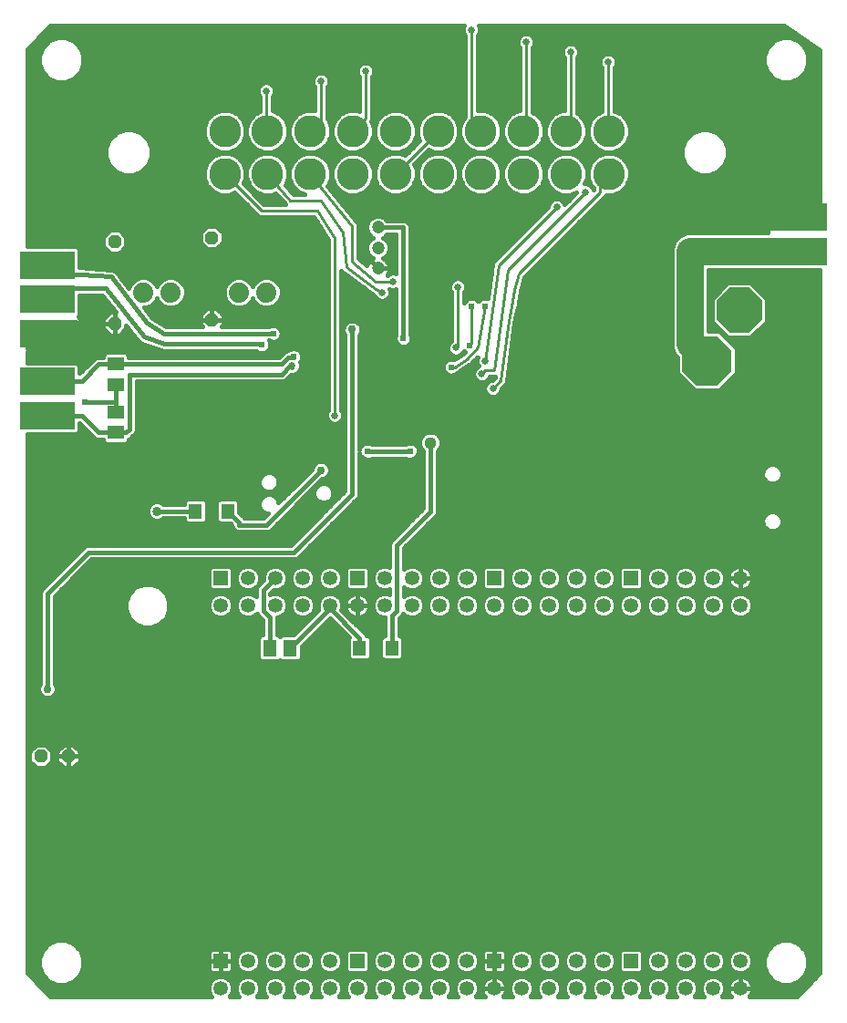
<source format=gtl>
G75*
%MOIN*%
%OFA0B0*%
%FSLAX25Y25*%
%IPPOS*%
%LPD*%
%AMOC8*
5,1,8,0,0,1.08239X$1,22.5*
%
%ADD10OC8,0.04800*%
%ADD11C,0.04724*%
%ADD12R,0.20000X0.10000*%
%ADD13C,0.11700*%
%ADD14C,0.07400*%
%ADD15R,0.05315X0.05315*%
%ADD16C,0.05315*%
%ADD17OC8,0.18173*%
%ADD18OC8,0.16598*%
%ADD19R,0.05118X0.05906*%
%ADD20R,0.04724X0.05512*%
%ADD21R,0.05906X0.05118*%
%ADD22C,0.01600*%
%ADD23C,0.02578*%
%ADD24C,0.10000*%
%ADD25C,0.03562*%
%ADD26C,0.04429*%
%ADD27C,0.02972*%
%ADD28C,0.01000*%
%ADD29C,0.02400*%
%ADD30C,0.03365*%
%ADD31C,0.05000*%
D10*
X0061900Y0100784D03*
X0071900Y0100784D03*
X0088850Y0258934D03*
X0088850Y0288934D03*
X0124300Y0290384D03*
X0124300Y0260384D03*
D11*
X0185100Y0279184D03*
X0185100Y0286684D03*
X0185100Y0294184D03*
D12*
X0064300Y0280384D03*
X0064300Y0268084D03*
X0064300Y0255384D03*
X0064300Y0237884D03*
X0064300Y0225384D03*
X0339300Y0285384D03*
X0339300Y0297884D03*
D13*
X0269500Y0313734D03*
X0253900Y0313734D03*
X0238300Y0313734D03*
X0238300Y0329334D03*
X0253900Y0329334D03*
X0269500Y0329334D03*
X0222700Y0329334D03*
X0222700Y0313734D03*
X0207100Y0313734D03*
X0191500Y0313734D03*
X0175900Y0313734D03*
X0175900Y0329334D03*
X0191500Y0329334D03*
X0207100Y0329334D03*
X0160300Y0329334D03*
X0160300Y0313734D03*
X0144700Y0313734D03*
X0129100Y0313734D03*
X0129100Y0329334D03*
X0144700Y0329334D03*
D14*
X0144300Y0270384D03*
X0134300Y0270384D03*
X0109300Y0270384D03*
X0099300Y0270384D03*
D15*
X0127550Y0165934D03*
X0177550Y0165934D03*
X0227550Y0165934D03*
X0277550Y0165934D03*
X0277550Y0025934D03*
X0227550Y0025934D03*
X0177550Y0025934D03*
X0127550Y0025934D03*
D16*
X0127550Y0015934D03*
X0137550Y0015934D03*
X0137550Y0025934D03*
X0147550Y0025934D03*
X0147550Y0015934D03*
X0157550Y0015934D03*
X0167550Y0015934D03*
X0167550Y0025934D03*
X0157550Y0025934D03*
X0177550Y0015934D03*
X0187550Y0015934D03*
X0187550Y0025934D03*
X0197550Y0025934D03*
X0197550Y0015934D03*
X0207550Y0015934D03*
X0207550Y0025934D03*
X0217550Y0025934D03*
X0217550Y0015934D03*
X0227550Y0015934D03*
X0237550Y0015934D03*
X0247550Y0015934D03*
X0247550Y0025934D03*
X0237550Y0025934D03*
X0257550Y0025934D03*
X0257550Y0015934D03*
X0267550Y0015934D03*
X0277550Y0015934D03*
X0267550Y0025934D03*
X0287550Y0025934D03*
X0287550Y0015934D03*
X0297550Y0015934D03*
X0297550Y0025934D03*
X0307550Y0025934D03*
X0307550Y0015934D03*
X0317550Y0015934D03*
X0317550Y0025934D03*
X0317550Y0155934D03*
X0307550Y0155934D03*
X0297550Y0155934D03*
X0287550Y0155934D03*
X0277550Y0155934D03*
X0267550Y0155934D03*
X0257550Y0155934D03*
X0247550Y0155934D03*
X0237550Y0155934D03*
X0227550Y0155934D03*
X0217550Y0155934D03*
X0207550Y0155934D03*
X0197550Y0155934D03*
X0187550Y0155934D03*
X0177550Y0155934D03*
X0167550Y0155934D03*
X0157550Y0155934D03*
X0147550Y0155934D03*
X0137550Y0155934D03*
X0127550Y0155934D03*
X0137550Y0165934D03*
X0147550Y0165934D03*
X0157550Y0165934D03*
X0167550Y0165934D03*
X0187550Y0165934D03*
X0197550Y0165934D03*
X0207550Y0165934D03*
X0217550Y0165934D03*
X0237550Y0165934D03*
X0247550Y0165934D03*
X0257550Y0165934D03*
X0267550Y0165934D03*
X0287550Y0165934D03*
X0297550Y0165934D03*
X0307550Y0165934D03*
X0317550Y0165934D03*
D17*
X0305363Y0245384D03*
D18*
X0317174Y0263888D03*
X0328985Y0245384D03*
D19*
X0153040Y0140384D03*
X0145560Y0140384D03*
D20*
X0178394Y0140384D03*
X0190206Y0140384D03*
X0130206Y0190384D03*
X0118394Y0190384D03*
D21*
X0089300Y0219144D03*
X0089300Y0226625D03*
X0089300Y0236644D03*
X0089300Y0244125D03*
D22*
X0056900Y0218600D02*
X0056900Y0021461D01*
X0065377Y0012984D01*
X0124218Y0012984D01*
X0123784Y0013418D01*
X0123108Y0015051D01*
X0123108Y0016818D01*
X0123784Y0018450D01*
X0125034Y0019700D01*
X0126666Y0020376D01*
X0128434Y0020376D01*
X0130066Y0019700D01*
X0131316Y0018450D01*
X0131992Y0016818D01*
X0131992Y0015051D01*
X0131316Y0013418D01*
X0130882Y0012984D01*
X0134218Y0012984D01*
X0133784Y0013418D01*
X0133108Y0015051D01*
X0133108Y0016818D01*
X0133784Y0018450D01*
X0135034Y0019700D01*
X0136666Y0020376D01*
X0138434Y0020376D01*
X0140066Y0019700D01*
X0141316Y0018450D01*
X0141992Y0016818D01*
X0141992Y0015051D01*
X0141316Y0013418D01*
X0140882Y0012984D01*
X0144218Y0012984D01*
X0143784Y0013418D01*
X0143108Y0015051D01*
X0143108Y0016818D01*
X0143784Y0018450D01*
X0145034Y0019700D01*
X0146666Y0020376D01*
X0148434Y0020376D01*
X0150066Y0019700D01*
X0151316Y0018450D01*
X0151992Y0016818D01*
X0151992Y0015051D01*
X0151316Y0013418D01*
X0150882Y0012984D01*
X0154218Y0012984D01*
X0153784Y0013418D01*
X0153108Y0015051D01*
X0153108Y0016818D01*
X0153784Y0018450D01*
X0155034Y0019700D01*
X0156666Y0020376D01*
X0158434Y0020376D01*
X0160066Y0019700D01*
X0161316Y0018450D01*
X0161992Y0016818D01*
X0161992Y0015051D01*
X0161316Y0013418D01*
X0160882Y0012984D01*
X0164218Y0012984D01*
X0163784Y0013418D01*
X0163108Y0015051D01*
X0163108Y0016818D01*
X0163784Y0018450D01*
X0165034Y0019700D01*
X0166666Y0020376D01*
X0168434Y0020376D01*
X0170066Y0019700D01*
X0171316Y0018450D01*
X0171992Y0016818D01*
X0171992Y0015051D01*
X0171316Y0013418D01*
X0170882Y0012984D01*
X0174218Y0012984D01*
X0173784Y0013418D01*
X0173108Y0015051D01*
X0173108Y0016818D01*
X0173784Y0018450D01*
X0175034Y0019700D01*
X0176666Y0020376D01*
X0178434Y0020376D01*
X0180066Y0019700D01*
X0181316Y0018450D01*
X0181992Y0016818D01*
X0181992Y0015051D01*
X0181316Y0013418D01*
X0180882Y0012984D01*
X0184218Y0012984D01*
X0183784Y0013418D01*
X0183108Y0015051D01*
X0183108Y0016818D01*
X0183784Y0018450D01*
X0185034Y0019700D01*
X0186666Y0020376D01*
X0188434Y0020376D01*
X0190066Y0019700D01*
X0191316Y0018450D01*
X0191992Y0016818D01*
X0191992Y0015051D01*
X0191316Y0013418D01*
X0190882Y0012984D01*
X0194218Y0012984D01*
X0193784Y0013418D01*
X0193108Y0015051D01*
X0193108Y0016818D01*
X0193784Y0018450D01*
X0195034Y0019700D01*
X0196666Y0020376D01*
X0198434Y0020376D01*
X0200066Y0019700D01*
X0201316Y0018450D01*
X0201992Y0016818D01*
X0201992Y0015051D01*
X0201316Y0013418D01*
X0200882Y0012984D01*
X0204218Y0012984D01*
X0203784Y0013418D01*
X0203108Y0015051D01*
X0203108Y0016818D01*
X0203784Y0018450D01*
X0205034Y0019700D01*
X0206666Y0020376D01*
X0208434Y0020376D01*
X0210066Y0019700D01*
X0211316Y0018450D01*
X0211992Y0016818D01*
X0211992Y0015051D01*
X0211316Y0013418D01*
X0210882Y0012984D01*
X0214218Y0012984D01*
X0213784Y0013418D01*
X0213108Y0015051D01*
X0213108Y0016818D01*
X0213784Y0018450D01*
X0215034Y0019700D01*
X0216666Y0020376D01*
X0218434Y0020376D01*
X0220066Y0019700D01*
X0221316Y0018450D01*
X0221992Y0016818D01*
X0221992Y0015051D01*
X0221316Y0013418D01*
X0220882Y0012984D01*
X0224196Y0012984D01*
X0224150Y0013031D01*
X0223738Y0013598D01*
X0223419Y0014223D01*
X0223202Y0014891D01*
X0223093Y0015584D01*
X0223093Y0015849D01*
X0227464Y0015849D01*
X0227464Y0016020D01*
X0223093Y0016020D01*
X0223093Y0016285D01*
X0223202Y0016978D01*
X0223419Y0017645D01*
X0223738Y0018271D01*
X0224150Y0018838D01*
X0224646Y0019334D01*
X0225214Y0019747D01*
X0225839Y0020065D01*
X0226506Y0020282D01*
X0227199Y0020392D01*
X0227464Y0020392D01*
X0227464Y0016020D01*
X0227636Y0016020D01*
X0232007Y0016020D01*
X0232007Y0016285D01*
X0231898Y0016978D01*
X0231681Y0017645D01*
X0231362Y0018271D01*
X0230950Y0018838D01*
X0230454Y0019334D01*
X0229886Y0019747D01*
X0229261Y0020065D01*
X0228594Y0020282D01*
X0227901Y0020392D01*
X0227636Y0020392D01*
X0227636Y0016020D01*
X0227636Y0015849D01*
X0232007Y0015849D01*
X0232007Y0015584D01*
X0231898Y0014891D01*
X0231681Y0014223D01*
X0231362Y0013598D01*
X0230950Y0013031D01*
X0230904Y0012984D01*
X0234218Y0012984D01*
X0233784Y0013418D01*
X0233108Y0015051D01*
X0233108Y0016818D01*
X0233784Y0018450D01*
X0235034Y0019700D01*
X0236666Y0020376D01*
X0238434Y0020376D01*
X0240066Y0019700D01*
X0241316Y0018450D01*
X0241992Y0016818D01*
X0241992Y0015051D01*
X0241316Y0013418D01*
X0240882Y0012984D01*
X0244218Y0012984D01*
X0243784Y0013418D01*
X0243108Y0015051D01*
X0243108Y0016818D01*
X0243784Y0018450D01*
X0245034Y0019700D01*
X0246666Y0020376D01*
X0248434Y0020376D01*
X0250066Y0019700D01*
X0251316Y0018450D01*
X0251992Y0016818D01*
X0251992Y0015051D01*
X0251316Y0013418D01*
X0250882Y0012984D01*
X0254218Y0012984D01*
X0253784Y0013418D01*
X0253108Y0015051D01*
X0253108Y0016818D01*
X0253784Y0018450D01*
X0255034Y0019700D01*
X0256666Y0020376D01*
X0258434Y0020376D01*
X0260066Y0019700D01*
X0261316Y0018450D01*
X0261992Y0016818D01*
X0261992Y0015051D01*
X0261316Y0013418D01*
X0260882Y0012984D01*
X0264218Y0012984D01*
X0263784Y0013418D01*
X0263108Y0015051D01*
X0263108Y0016818D01*
X0263784Y0018450D01*
X0265034Y0019700D01*
X0266666Y0020376D01*
X0268434Y0020376D01*
X0270066Y0019700D01*
X0271316Y0018450D01*
X0271992Y0016818D01*
X0271992Y0015051D01*
X0271316Y0013418D01*
X0270882Y0012984D01*
X0274218Y0012984D01*
X0273784Y0013418D01*
X0273108Y0015051D01*
X0273108Y0016818D01*
X0273784Y0018450D01*
X0275034Y0019700D01*
X0276666Y0020376D01*
X0278434Y0020376D01*
X0280066Y0019700D01*
X0281316Y0018450D01*
X0281992Y0016818D01*
X0281992Y0015051D01*
X0281316Y0013418D01*
X0280882Y0012984D01*
X0284218Y0012984D01*
X0283784Y0013418D01*
X0283108Y0015051D01*
X0283108Y0016818D01*
X0283784Y0018450D01*
X0285034Y0019700D01*
X0286666Y0020376D01*
X0288434Y0020376D01*
X0290066Y0019700D01*
X0291316Y0018450D01*
X0291992Y0016818D01*
X0291992Y0015051D01*
X0291316Y0013418D01*
X0290882Y0012984D01*
X0294218Y0012984D01*
X0293784Y0013418D01*
X0293108Y0015051D01*
X0293108Y0016818D01*
X0293784Y0018450D01*
X0295034Y0019700D01*
X0296666Y0020376D01*
X0298434Y0020376D01*
X0300066Y0019700D01*
X0301316Y0018450D01*
X0301992Y0016818D01*
X0301992Y0015051D01*
X0301316Y0013418D01*
X0300882Y0012984D01*
X0304218Y0012984D01*
X0303784Y0013418D01*
X0303108Y0015051D01*
X0303108Y0016818D01*
X0303784Y0018450D01*
X0305034Y0019700D01*
X0306666Y0020376D01*
X0308434Y0020376D01*
X0310066Y0019700D01*
X0311316Y0018450D01*
X0311992Y0016818D01*
X0311992Y0015051D01*
X0311316Y0013418D01*
X0310882Y0012984D01*
X0314196Y0012984D01*
X0314150Y0013031D01*
X0313738Y0013598D01*
X0313419Y0014223D01*
X0313202Y0014891D01*
X0313093Y0015584D01*
X0313093Y0015849D01*
X0317464Y0015849D01*
X0317464Y0016020D01*
X0313093Y0016020D01*
X0313093Y0016285D01*
X0313202Y0016978D01*
X0313419Y0017645D01*
X0313738Y0018271D01*
X0314150Y0018838D01*
X0314646Y0019334D01*
X0315214Y0019747D01*
X0315839Y0020065D01*
X0316506Y0020282D01*
X0317199Y0020392D01*
X0317464Y0020392D01*
X0317464Y0016020D01*
X0317636Y0016020D01*
X0322007Y0016020D01*
X0322007Y0016285D01*
X0321898Y0016978D01*
X0321681Y0017645D01*
X0321362Y0018271D01*
X0320950Y0018838D01*
X0320454Y0019334D01*
X0319886Y0019747D01*
X0319261Y0020065D01*
X0318594Y0020282D01*
X0317901Y0020392D01*
X0317636Y0020392D01*
X0317636Y0016020D01*
X0317636Y0015849D01*
X0322007Y0015849D01*
X0322007Y0015584D01*
X0321898Y0014891D01*
X0321681Y0014223D01*
X0321362Y0013598D01*
X0320950Y0013031D01*
X0320904Y0012984D01*
X0338223Y0012984D01*
X0346700Y0021461D01*
X0346700Y0278600D01*
X0306084Y0278600D01*
X0306084Y0256255D01*
X0309866Y0256255D01*
X0316234Y0249887D01*
X0316234Y0240882D01*
X0309866Y0234514D01*
X0300860Y0234514D01*
X0294492Y0240882D01*
X0294492Y0246661D01*
X0293549Y0247604D01*
X0292516Y0250098D01*
X0292516Y0286734D01*
X0293549Y0289227D01*
X0295457Y0291136D01*
X0297951Y0292169D01*
X0327635Y0292169D01*
X0327623Y0292190D01*
X0327500Y0292647D01*
X0327500Y0297084D01*
X0338500Y0297084D01*
X0338500Y0298684D01*
X0327500Y0298684D01*
X0327500Y0303121D01*
X0327623Y0303579D01*
X0327860Y0303990D01*
X0328195Y0304325D01*
X0328605Y0304562D01*
X0329063Y0304684D01*
X0338500Y0304684D01*
X0338500Y0298684D01*
X0340100Y0298684D01*
X0340100Y0304684D01*
X0346700Y0304684D01*
X0346700Y0358993D01*
X0333513Y0367784D01*
X0222026Y0367784D01*
X0222373Y0366946D01*
X0222373Y0365723D01*
X0221905Y0364594D01*
X0221584Y0364272D01*
X0221584Y0336969D01*
X0224219Y0336969D01*
X0227024Y0335806D01*
X0229172Y0333659D01*
X0230334Y0330853D01*
X0230334Y0327816D01*
X0229172Y0325010D01*
X0227024Y0322862D01*
X0224219Y0321700D01*
X0221181Y0321700D01*
X0218376Y0322862D01*
X0216228Y0325010D01*
X0215066Y0327816D01*
X0215066Y0330853D01*
X0216228Y0333659D01*
X0217016Y0334447D01*
X0217016Y0364272D01*
X0216695Y0364594D01*
X0216227Y0365723D01*
X0216227Y0366946D01*
X0216574Y0367784D01*
X0065377Y0367784D01*
X0056900Y0359307D01*
X0056900Y0287169D01*
X0075039Y0287169D01*
X0076084Y0286123D01*
X0076084Y0279578D01*
X0087235Y0278730D01*
X0087296Y0278746D01*
X0087745Y0278691D01*
X0088197Y0278656D01*
X0088253Y0278628D01*
X0088316Y0278620D01*
X0088710Y0278396D01*
X0089114Y0278192D01*
X0089155Y0278144D01*
X0089210Y0278112D01*
X0089489Y0277755D01*
X0089783Y0277412D01*
X0089803Y0277352D01*
X0094012Y0271950D01*
X0094651Y0273491D01*
X0096193Y0275034D01*
X0098209Y0275869D01*
X0100391Y0275869D01*
X0102407Y0275034D01*
X0103949Y0273491D01*
X0104300Y0272644D01*
X0104651Y0273491D01*
X0106193Y0275034D01*
X0108209Y0275869D01*
X0110391Y0275869D01*
X0112407Y0275034D01*
X0113949Y0273491D01*
X0114784Y0271475D01*
X0114784Y0269293D01*
X0113949Y0267278D01*
X0112407Y0265735D01*
X0110391Y0264900D01*
X0108209Y0264900D01*
X0106193Y0265735D01*
X0104651Y0267278D01*
X0104300Y0268124D01*
X0103949Y0267278D01*
X0102407Y0265735D01*
X0100391Y0264900D01*
X0099506Y0264900D01*
X0102475Y0261090D01*
X0107533Y0257969D01*
X0120776Y0257969D01*
X0120100Y0258645D01*
X0120100Y0260384D01*
X0124300Y0260384D01*
X0124300Y0260384D01*
X0124300Y0260384D01*
X0128500Y0260384D01*
X0128500Y0258645D01*
X0127824Y0257969D01*
X0145241Y0257969D01*
X0146206Y0258369D01*
X0147394Y0258369D01*
X0148490Y0257914D01*
X0149330Y0257075D01*
X0149784Y0255978D01*
X0149784Y0254791D01*
X0149330Y0253694D01*
X0148490Y0252854D01*
X0147394Y0252400D01*
X0146206Y0252400D01*
X0145247Y0252797D01*
X0145644Y0251838D01*
X0145644Y0250651D01*
X0145190Y0249554D01*
X0144351Y0248715D01*
X0143254Y0248260D01*
X0142067Y0248260D01*
X0140970Y0248715D01*
X0140634Y0249050D01*
X0106877Y0249050D01*
X0106442Y0249024D01*
X0106366Y0249050D01*
X0106286Y0249050D01*
X0105882Y0249217D01*
X0098987Y0251601D01*
X0098754Y0251628D01*
X0098506Y0251767D01*
X0098237Y0251860D01*
X0098062Y0252016D01*
X0097856Y0252131D01*
X0097681Y0252354D01*
X0097468Y0252542D01*
X0097365Y0252753D01*
X0093050Y0258226D01*
X0093050Y0257195D01*
X0090590Y0254734D01*
X0088850Y0254734D01*
X0088850Y0258934D01*
X0088850Y0254734D01*
X0087110Y0254734D01*
X0084650Y0257195D01*
X0084650Y0258934D01*
X0088850Y0258934D01*
X0088850Y0258934D01*
X0088850Y0258934D01*
X0067850Y0258934D01*
X0064300Y0255384D01*
X0065100Y0256146D02*
X0085698Y0256146D01*
X0084650Y0257745D02*
X0076100Y0257745D01*
X0076100Y0256184D02*
X0076100Y0260621D01*
X0075977Y0261079D01*
X0075740Y0261490D01*
X0075484Y0261746D01*
X0076084Y0262345D01*
X0076084Y0269284D01*
X0084330Y0269284D01*
X0089180Y0263134D01*
X0088850Y0263134D01*
X0087110Y0263134D01*
X0084650Y0260674D01*
X0084650Y0258934D01*
X0088850Y0258934D01*
X0088850Y0263134D01*
X0088850Y0258934D01*
X0088850Y0258934D01*
X0088850Y0259343D02*
X0088850Y0259343D01*
X0088850Y0257745D02*
X0088850Y0257745D01*
X0088850Y0256146D02*
X0088850Y0256146D01*
X0092002Y0256146D02*
X0094690Y0256146D01*
X0095950Y0254548D02*
X0076100Y0254548D01*
X0076100Y0254584D02*
X0065100Y0254584D01*
X0065100Y0248584D01*
X0074537Y0248584D01*
X0074995Y0248707D01*
X0075405Y0248944D01*
X0075740Y0249279D01*
X0075977Y0249690D01*
X0076100Y0250147D01*
X0076100Y0254584D01*
X0076100Y0256184D02*
X0065100Y0256184D01*
X0065100Y0254584D01*
X0063500Y0254584D01*
X0063500Y0248584D01*
X0056900Y0248584D01*
X0056900Y0244669D01*
X0075039Y0244669D01*
X0076084Y0243623D01*
X0076084Y0240823D01*
X0080859Y0245598D01*
X0081586Y0246325D01*
X0082536Y0246719D01*
X0084563Y0246719D01*
X0084563Y0247423D01*
X0085608Y0248468D01*
X0092992Y0248468D01*
X0094037Y0247423D01*
X0094037Y0246709D01*
X0148909Y0246709D01*
X0150195Y0247995D01*
X0150922Y0248722D01*
X0151872Y0249115D01*
X0152264Y0249115D01*
X0152610Y0249461D01*
X0153706Y0249915D01*
X0154894Y0249915D01*
X0155990Y0249461D01*
X0156830Y0248621D01*
X0157284Y0247524D01*
X0157284Y0246337D01*
X0156830Y0245240D01*
X0156447Y0244857D01*
X0156773Y0244069D01*
X0156773Y0242846D01*
X0156305Y0241717D01*
X0155441Y0240852D01*
X0154311Y0240384D01*
X0154308Y0240384D01*
X0153950Y0240236D01*
X0153401Y0240236D01*
X0151358Y0238194D01*
X0150408Y0237800D01*
X0096884Y0237800D01*
X0096884Y0219870D01*
X0096491Y0218921D01*
X0095764Y0218194D01*
X0094524Y0216953D01*
X0094037Y0216752D01*
X0094037Y0215846D01*
X0092992Y0214801D01*
X0085608Y0214801D01*
X0084563Y0215846D01*
X0084563Y0216550D01*
X0082536Y0216550D01*
X0081586Y0216944D01*
X0080859Y0217671D01*
X0076084Y0222445D01*
X0076084Y0219645D01*
X0075039Y0218600D01*
X0056900Y0218600D01*
X0056900Y0217782D02*
X0080748Y0217782D01*
X0079149Y0219380D02*
X0075819Y0219380D01*
X0076084Y0220979D02*
X0077551Y0220979D01*
X0076800Y0225384D02*
X0083050Y0219134D01*
X0089290Y0219134D01*
X0089300Y0219144D01*
X0093060Y0219144D01*
X0094300Y0220384D01*
X0094300Y0240384D01*
X0149894Y0240384D01*
X0152967Y0243458D01*
X0153700Y0243458D01*
X0153700Y0243084D02*
X0153436Y0242820D01*
X0153436Y0242821D02*
X0153476Y0242864D01*
X0153514Y0242910D01*
X0153548Y0242957D01*
X0153579Y0243007D01*
X0153607Y0243059D01*
X0153631Y0243113D01*
X0153652Y0243168D01*
X0153669Y0243225D01*
X0153683Y0243282D01*
X0153692Y0243340D01*
X0153698Y0243399D01*
X0153700Y0243458D01*
X0156773Y0243358D02*
X0167016Y0243358D01*
X0167016Y0241760D02*
X0156323Y0241760D01*
X0156546Y0244957D02*
X0167016Y0244957D01*
X0167016Y0246555D02*
X0157284Y0246555D01*
X0157024Y0248154D02*
X0167016Y0248154D01*
X0167016Y0249752D02*
X0155287Y0249752D01*
X0153313Y0249752D02*
X0145272Y0249752D01*
X0145644Y0251351D02*
X0167016Y0251351D01*
X0167016Y0252949D02*
X0148585Y0252949D01*
X0149684Y0254548D02*
X0167016Y0254548D01*
X0167016Y0256146D02*
X0149715Y0256146D01*
X0148660Y0257745D02*
X0167016Y0257745D01*
X0166227Y0258458D02*
X0166227Y0224111D01*
X0168027Y0222311D01*
X0170573Y0222311D01*
X0172373Y0224111D01*
X0172373Y0259363D01*
X0178362Y0265352D01*
X0193164Y0250550D01*
X0195636Y0250550D01*
X0197384Y0252298D01*
X0197384Y0294755D01*
X0193808Y0298331D01*
X0183382Y0298331D01*
X0179300Y0294248D01*
X0179300Y0284984D01*
X0185100Y0279184D01*
X0185100Y0279184D01*
X0189262Y0279184D01*
X0189262Y0278857D01*
X0189160Y0278210D01*
X0188957Y0277587D01*
X0188660Y0277003D01*
X0188453Y0276719D01*
X0188588Y0276719D01*
X0188909Y0277040D01*
X0190039Y0277508D01*
X0191261Y0277508D01*
X0191716Y0277319D01*
X0191716Y0291600D01*
X0188380Y0291600D01*
X0187449Y0290669D01*
X0186882Y0290434D01*
X0187449Y0290200D01*
X0188615Y0289033D01*
X0189246Y0287509D01*
X0189246Y0285860D01*
X0188615Y0284336D01*
X0187449Y0283169D01*
X0186896Y0282940D01*
X0187281Y0282744D01*
X0187811Y0282359D01*
X0188275Y0281896D01*
X0188660Y0281366D01*
X0188957Y0280782D01*
X0189160Y0280159D01*
X0189262Y0279512D01*
X0189262Y0279184D01*
X0185100Y0279184D01*
X0189210Y0278525D02*
X0191716Y0278525D01*
X0191716Y0280124D02*
X0189165Y0280124D01*
X0188401Y0281722D02*
X0191716Y0281722D01*
X0191716Y0283321D02*
X0187600Y0283321D01*
X0188857Y0284919D02*
X0191716Y0284919D01*
X0191716Y0286518D02*
X0189246Y0286518D01*
X0188995Y0288116D02*
X0191716Y0288116D01*
X0191716Y0289715D02*
X0187933Y0289715D01*
X0188093Y0291313D02*
X0191716Y0291313D01*
X0194300Y0294184D02*
X0194300Y0255384D01*
X0194400Y0255384D01*
X0194400Y0253534D01*
X0196437Y0251351D02*
X0210777Y0251351D01*
X0210995Y0251875D02*
X0210527Y0250746D01*
X0210527Y0249523D01*
X0210995Y0248394D01*
X0211859Y0247529D01*
X0212989Y0247061D01*
X0214211Y0247061D01*
X0215341Y0247529D01*
X0216205Y0248394D01*
X0216459Y0249005D01*
X0216900Y0248564D01*
X0216195Y0247860D01*
X0213078Y0245782D01*
X0212423Y0246053D01*
X0211236Y0246053D01*
X0210139Y0245599D01*
X0209300Y0244759D01*
X0208845Y0243662D01*
X0208845Y0242475D01*
X0209300Y0241378D01*
X0210139Y0240539D01*
X0211236Y0240084D01*
X0212423Y0240084D01*
X0213520Y0240539D01*
X0213766Y0240784D01*
X0214230Y0240784D01*
X0215055Y0241609D01*
X0218342Y0243800D01*
X0218596Y0243800D01*
X0219105Y0244309D01*
X0219704Y0244709D01*
X0219754Y0244958D01*
X0221534Y0246738D01*
X0221227Y0245996D01*
X0221227Y0244773D01*
X0221695Y0243644D01*
X0221832Y0243506D01*
X0221309Y0243290D01*
X0220445Y0242425D01*
X0219977Y0241296D01*
X0219977Y0240073D01*
X0220445Y0238944D01*
X0221309Y0238079D01*
X0222439Y0237611D01*
X0223661Y0237611D01*
X0224791Y0238079D01*
X0225655Y0238944D01*
X0225989Y0239750D01*
X0227345Y0239750D01*
X0227850Y0239681D01*
X0227802Y0239312D01*
X0227681Y0239192D01*
X0227681Y0239096D01*
X0226943Y0238358D01*
X0226489Y0238358D01*
X0225359Y0237890D01*
X0224495Y0237025D01*
X0224027Y0235896D01*
X0224027Y0234673D01*
X0224495Y0233544D01*
X0225359Y0232679D01*
X0226489Y0232211D01*
X0227711Y0232211D01*
X0228841Y0232679D01*
X0229705Y0233544D01*
X0230173Y0234673D01*
X0230173Y0235127D01*
X0231891Y0236845D01*
X0232108Y0237012D01*
X0232115Y0237069D01*
X0232250Y0237204D01*
X0232250Y0238097D01*
X0235039Y0259416D01*
X0236074Y0263970D01*
X0236143Y0264019D01*
X0236282Y0264881D01*
X0236475Y0265733D01*
X0236431Y0265804D01*
X0237237Y0270803D01*
X0238601Y0275955D01*
X0268534Y0305888D01*
X0268534Y0306100D01*
X0271019Y0306100D01*
X0273824Y0307262D01*
X0275972Y0309410D01*
X0277134Y0312216D01*
X0277134Y0315253D01*
X0275972Y0318059D01*
X0273824Y0320206D01*
X0271019Y0321369D01*
X0267981Y0321369D01*
X0265176Y0320206D01*
X0263028Y0318059D01*
X0261866Y0315253D01*
X0261866Y0312216D01*
X0263028Y0309410D01*
X0263966Y0308472D01*
X0263966Y0307784D01*
X0263555Y0308775D01*
X0262691Y0309640D01*
X0261561Y0310108D01*
X0260661Y0310108D01*
X0261534Y0312216D01*
X0261534Y0315253D01*
X0260372Y0318059D01*
X0258224Y0320206D01*
X0255419Y0321369D01*
X0252381Y0321369D01*
X0249576Y0320206D01*
X0247428Y0318059D01*
X0246266Y0315253D01*
X0246266Y0312216D01*
X0247428Y0309410D01*
X0249576Y0307262D01*
X0252381Y0306100D01*
X0255419Y0306100D01*
X0257752Y0307067D01*
X0253345Y0302660D01*
X0253080Y0303300D01*
X0252216Y0304165D01*
X0251086Y0304633D01*
X0249864Y0304633D01*
X0248734Y0304165D01*
X0247870Y0303300D01*
X0247402Y0302171D01*
X0247402Y0301717D01*
X0227800Y0282114D01*
X0227173Y0281644D01*
X0227146Y0281461D01*
X0227016Y0281331D01*
X0227016Y0280547D01*
X0225255Y0268219D01*
X0224894Y0268369D01*
X0223706Y0268369D01*
X0222610Y0267914D01*
X0221800Y0267105D01*
X0220990Y0267914D01*
X0219894Y0268369D01*
X0218706Y0268369D01*
X0217610Y0267914D01*
X0216770Y0267075D01*
X0216584Y0266626D01*
X0216584Y0270372D01*
X0216905Y0270694D01*
X0217373Y0271823D01*
X0217373Y0273046D01*
X0216905Y0274175D01*
X0216041Y0275040D01*
X0214911Y0275508D01*
X0213689Y0275508D01*
X0212559Y0275040D01*
X0211695Y0274175D01*
X0211227Y0273046D01*
X0211227Y0271823D01*
X0211695Y0270694D01*
X0212016Y0270372D01*
X0212016Y0252805D01*
X0211859Y0252740D01*
X0210995Y0251875D01*
X0212016Y0252949D02*
X0197384Y0252949D01*
X0197384Y0252941D02*
X0197384Y0254128D01*
X0196984Y0255094D01*
X0196984Y0255898D01*
X0196884Y0256140D01*
X0196884Y0294698D01*
X0196491Y0295648D01*
X0195764Y0296375D01*
X0194814Y0296769D01*
X0188380Y0296769D01*
X0187449Y0297700D01*
X0185925Y0298331D01*
X0184275Y0298331D01*
X0182751Y0297700D01*
X0181585Y0296533D01*
X0180954Y0295009D01*
X0180954Y0293360D01*
X0181585Y0291836D01*
X0182751Y0290669D01*
X0183318Y0290434D01*
X0182751Y0290200D01*
X0181585Y0289033D01*
X0180954Y0287509D01*
X0180954Y0285860D01*
X0181585Y0284336D01*
X0182751Y0283169D01*
X0183304Y0282940D01*
X0182919Y0282744D01*
X0182388Y0282359D01*
X0181925Y0281896D01*
X0181540Y0281366D01*
X0181243Y0280782D01*
X0181044Y0280171D01*
X0177934Y0282796D01*
X0177934Y0294613D01*
X0178021Y0295434D01*
X0177934Y0295542D01*
X0177934Y0295681D01*
X0177351Y0296264D01*
X0166749Y0309387D01*
X0166772Y0309410D01*
X0167934Y0312216D01*
X0167934Y0315253D01*
X0166772Y0318059D01*
X0164624Y0320206D01*
X0161819Y0321369D01*
X0158781Y0321369D01*
X0155976Y0320206D01*
X0153828Y0318059D01*
X0152666Y0315253D01*
X0152666Y0312216D01*
X0153828Y0309410D01*
X0155976Y0307262D01*
X0158254Y0306319D01*
X0154098Y0306319D01*
X0151258Y0309617D01*
X0152334Y0312216D01*
X0152334Y0315253D01*
X0151172Y0318059D01*
X0149024Y0320206D01*
X0146219Y0321369D01*
X0143181Y0321369D01*
X0140376Y0320206D01*
X0138228Y0318059D01*
X0137066Y0315253D01*
X0137066Y0312216D01*
X0138228Y0309410D01*
X0140376Y0307262D01*
X0143181Y0306100D01*
X0146219Y0306100D01*
X0147722Y0306723D01*
X0150766Y0303187D01*
X0150766Y0303088D01*
X0151185Y0302669D01*
X0143396Y0302669D01*
X0135889Y0310176D01*
X0136734Y0312216D01*
X0136734Y0315253D01*
X0135572Y0318059D01*
X0133424Y0320206D01*
X0130619Y0321369D01*
X0127581Y0321369D01*
X0124776Y0320206D01*
X0122628Y0318059D01*
X0121466Y0315253D01*
X0121466Y0312216D01*
X0122628Y0309410D01*
X0124776Y0307262D01*
X0127581Y0306100D01*
X0130619Y0306100D01*
X0132659Y0306945D01*
X0140166Y0299438D01*
X0141504Y0298100D01*
X0161695Y0298100D01*
X0167016Y0289720D01*
X0167016Y0227446D01*
X0166695Y0227125D01*
X0166227Y0225996D01*
X0166227Y0224773D01*
X0166695Y0223644D01*
X0167559Y0222779D01*
X0168689Y0222311D01*
X0169911Y0222311D01*
X0171041Y0222779D01*
X0171905Y0223644D01*
X0172373Y0224773D01*
X0172373Y0225996D01*
X0171905Y0227125D01*
X0171584Y0227446D01*
X0171584Y0278264D01*
X0172265Y0277757D01*
X0172964Y0277192D01*
X0173018Y0277197D01*
X0182206Y0270366D01*
X0182251Y0270205D01*
X0182948Y0269814D01*
X0183590Y0269337D01*
X0183701Y0269353D01*
X0183995Y0268644D01*
X0184859Y0267779D01*
X0185989Y0267311D01*
X0187211Y0267311D01*
X0188341Y0267779D01*
X0189205Y0268644D01*
X0189673Y0269773D01*
X0189673Y0270996D01*
X0189415Y0271620D01*
X0190039Y0271361D01*
X0191261Y0271361D01*
X0191716Y0271549D01*
X0191716Y0254870D01*
X0191720Y0254861D01*
X0191416Y0254128D01*
X0191416Y0252941D01*
X0191870Y0251844D01*
X0192710Y0251004D01*
X0193806Y0250550D01*
X0194994Y0250550D01*
X0196090Y0251004D01*
X0196930Y0251844D01*
X0197384Y0252941D01*
X0197210Y0254548D02*
X0212016Y0254548D01*
X0212016Y0256146D02*
X0196884Y0256146D01*
X0196884Y0257745D02*
X0212016Y0257745D01*
X0212016Y0259343D02*
X0196884Y0259343D01*
X0196884Y0260942D02*
X0212016Y0260942D01*
X0212016Y0262540D02*
X0196884Y0262540D01*
X0196884Y0264139D02*
X0212016Y0264139D01*
X0212016Y0265737D02*
X0196884Y0265737D01*
X0196884Y0267336D02*
X0212016Y0267336D01*
X0212016Y0268934D02*
X0196884Y0268934D01*
X0196884Y0270533D02*
X0211855Y0270533D01*
X0211227Y0272131D02*
X0196884Y0272131D01*
X0196884Y0273730D02*
X0211510Y0273730D01*
X0213256Y0275328D02*
X0196884Y0275328D01*
X0196884Y0276927D02*
X0226499Y0276927D01*
X0226727Y0278525D02*
X0196884Y0278525D01*
X0196884Y0280124D02*
X0226955Y0280124D01*
X0227277Y0281722D02*
X0196884Y0281722D01*
X0196884Y0283321D02*
X0229006Y0283321D01*
X0230605Y0284919D02*
X0196884Y0284919D01*
X0196884Y0286518D02*
X0232203Y0286518D01*
X0233802Y0288116D02*
X0196884Y0288116D01*
X0196884Y0289715D02*
X0235400Y0289715D01*
X0236999Y0291313D02*
X0196884Y0291313D01*
X0196884Y0292912D02*
X0238597Y0292912D01*
X0240196Y0294510D02*
X0196884Y0294510D01*
X0196030Y0296109D02*
X0241794Y0296109D01*
X0243393Y0297707D02*
X0187430Y0297707D01*
X0185100Y0294184D02*
X0194300Y0294184D01*
X0193019Y0306100D02*
X0195824Y0307262D01*
X0197972Y0309410D01*
X0199134Y0312216D01*
X0199134Y0315253D01*
X0198289Y0317293D01*
X0203541Y0322545D01*
X0205581Y0321700D01*
X0208619Y0321700D01*
X0211424Y0322862D01*
X0213572Y0325010D01*
X0214734Y0327816D01*
X0214734Y0330853D01*
X0213572Y0333659D01*
X0211424Y0335806D01*
X0208619Y0336969D01*
X0205581Y0336969D01*
X0202776Y0335806D01*
X0200628Y0333659D01*
X0199466Y0330853D01*
X0199466Y0327816D01*
X0200311Y0325776D01*
X0195059Y0320524D01*
X0193019Y0321369D01*
X0189981Y0321369D01*
X0187176Y0320206D01*
X0185028Y0318059D01*
X0183866Y0315253D01*
X0183866Y0312216D01*
X0185028Y0309410D01*
X0187176Y0307262D01*
X0189981Y0306100D01*
X0193019Y0306100D01*
X0195861Y0307299D02*
X0202739Y0307299D01*
X0202776Y0307262D02*
X0205581Y0306100D01*
X0208619Y0306100D01*
X0211424Y0307262D01*
X0213572Y0309410D01*
X0214734Y0312216D01*
X0214734Y0315253D01*
X0213572Y0318059D01*
X0211424Y0320206D01*
X0208619Y0321369D01*
X0205581Y0321369D01*
X0202776Y0320206D01*
X0200628Y0318059D01*
X0199466Y0315253D01*
X0199466Y0312216D01*
X0200628Y0309410D01*
X0202776Y0307262D01*
X0201141Y0308897D02*
X0197459Y0308897D01*
X0198422Y0310496D02*
X0200178Y0310496D01*
X0199516Y0312094D02*
X0199084Y0312094D01*
X0199134Y0313693D02*
X0199466Y0313693D01*
X0199482Y0315291D02*
X0199118Y0315291D01*
X0198456Y0316890D02*
X0200144Y0316890D01*
X0199484Y0318488D02*
X0201057Y0318488D01*
X0201083Y0320087D02*
X0202656Y0320087D01*
X0202681Y0321685D02*
X0296300Y0321685D01*
X0296300Y0323185D02*
X0296300Y0319883D01*
X0297564Y0316833D01*
X0299898Y0314498D01*
X0302949Y0313234D01*
X0306251Y0313234D01*
X0309302Y0314498D01*
X0311636Y0316833D01*
X0312900Y0319883D01*
X0312900Y0323185D01*
X0311636Y0326236D01*
X0309302Y0328571D01*
X0306251Y0329834D01*
X0302949Y0329834D01*
X0299898Y0328571D01*
X0297564Y0326236D01*
X0296300Y0323185D01*
X0296341Y0323284D02*
X0274246Y0323284D01*
X0273824Y0322862D02*
X0275972Y0325010D01*
X0277134Y0327816D01*
X0277134Y0330853D01*
X0275972Y0333659D01*
X0273824Y0335806D01*
X0271584Y0336734D01*
X0271584Y0352522D01*
X0271905Y0352844D01*
X0272373Y0353973D01*
X0272373Y0355196D01*
X0271905Y0356325D01*
X0271041Y0357190D01*
X0269911Y0357658D01*
X0268689Y0357658D01*
X0267559Y0357190D01*
X0266695Y0356325D01*
X0266227Y0355196D01*
X0266227Y0353973D01*
X0266695Y0352844D01*
X0267016Y0352522D01*
X0267016Y0336569D01*
X0265176Y0335806D01*
X0263028Y0333659D01*
X0261866Y0330853D01*
X0261866Y0327816D01*
X0263028Y0325010D01*
X0265176Y0322862D01*
X0267981Y0321700D01*
X0271019Y0321700D01*
X0273824Y0322862D01*
X0273944Y0320087D02*
X0296300Y0320087D01*
X0296878Y0318488D02*
X0275543Y0318488D01*
X0276456Y0316890D02*
X0297540Y0316890D01*
X0299105Y0315291D02*
X0277118Y0315291D01*
X0277134Y0313693D02*
X0301843Y0313693D01*
X0307357Y0313693D02*
X0346700Y0313693D01*
X0346700Y0315291D02*
X0310095Y0315291D01*
X0311660Y0316890D02*
X0346700Y0316890D01*
X0346700Y0318488D02*
X0312322Y0318488D01*
X0312900Y0320087D02*
X0346700Y0320087D01*
X0346700Y0321685D02*
X0312900Y0321685D01*
X0312859Y0323284D02*
X0346700Y0323284D01*
X0346700Y0324882D02*
X0312197Y0324882D01*
X0311392Y0326481D02*
X0346700Y0326481D01*
X0346700Y0328079D02*
X0309793Y0328079D01*
X0306629Y0329678D02*
X0346700Y0329678D01*
X0346700Y0331276D02*
X0276959Y0331276D01*
X0277134Y0329678D02*
X0302571Y0329678D01*
X0299407Y0328079D02*
X0277134Y0328079D01*
X0276581Y0326481D02*
X0297808Y0326481D01*
X0297003Y0324882D02*
X0275844Y0324882D01*
X0276297Y0332875D02*
X0346700Y0332875D01*
X0346700Y0334473D02*
X0275158Y0334473D01*
X0273184Y0336072D02*
X0346700Y0336072D01*
X0346700Y0337670D02*
X0271584Y0337670D01*
X0271584Y0339269D02*
X0346700Y0339269D01*
X0346700Y0340867D02*
X0271584Y0340867D01*
X0271584Y0342466D02*
X0346700Y0342466D01*
X0346700Y0344064D02*
X0271584Y0344064D01*
X0271584Y0345663D02*
X0346700Y0345663D01*
X0346700Y0347261D02*
X0271584Y0347261D01*
X0271584Y0348860D02*
X0329371Y0348860D01*
X0329712Y0348518D02*
X0332689Y0347285D01*
X0335911Y0347285D01*
X0338888Y0348518D01*
X0341166Y0350797D01*
X0342399Y0353773D01*
X0342399Y0356995D01*
X0341166Y0359972D01*
X0338888Y0362251D01*
X0335911Y0363484D01*
X0332689Y0363484D01*
X0329712Y0362251D01*
X0327434Y0359972D01*
X0326201Y0356995D01*
X0326201Y0353773D01*
X0327434Y0350797D01*
X0329712Y0348518D01*
X0327772Y0350458D02*
X0271584Y0350458D01*
X0271584Y0352057D02*
X0326912Y0352057D01*
X0326250Y0353655D02*
X0272242Y0353655D01*
X0272349Y0355254D02*
X0326201Y0355254D01*
X0326201Y0356852D02*
X0271378Y0356852D01*
X0267222Y0356852D02*
X0258254Y0356852D01*
X0258105Y0356494D02*
X0258573Y0357623D01*
X0258573Y0358846D01*
X0258105Y0359975D01*
X0257241Y0360840D01*
X0256111Y0361308D01*
X0254889Y0361308D01*
X0253759Y0360840D01*
X0252895Y0359975D01*
X0252427Y0358846D01*
X0252427Y0357623D01*
X0252895Y0356494D01*
X0253216Y0356172D01*
X0253216Y0336969D01*
X0252381Y0336969D01*
X0249576Y0335806D01*
X0247428Y0333659D01*
X0246266Y0330853D01*
X0246266Y0327816D01*
X0247428Y0325010D01*
X0249576Y0322862D01*
X0252381Y0321700D01*
X0255419Y0321700D01*
X0258224Y0322862D01*
X0260372Y0325010D01*
X0261534Y0327816D01*
X0261534Y0330853D01*
X0260372Y0333659D01*
X0258224Y0335806D01*
X0257784Y0335989D01*
X0257784Y0356172D01*
X0258105Y0356494D01*
X0257784Y0355254D02*
X0266251Y0355254D01*
X0266358Y0353655D02*
X0257784Y0353655D01*
X0257784Y0352057D02*
X0267016Y0352057D01*
X0267016Y0350458D02*
X0257784Y0350458D01*
X0257784Y0348860D02*
X0267016Y0348860D01*
X0267016Y0347261D02*
X0257784Y0347261D01*
X0257784Y0345663D02*
X0267016Y0345663D01*
X0267016Y0344064D02*
X0257784Y0344064D01*
X0257784Y0342466D02*
X0267016Y0342466D01*
X0267016Y0340867D02*
X0257784Y0340867D01*
X0257784Y0339269D02*
X0267016Y0339269D01*
X0267016Y0337670D02*
X0257784Y0337670D01*
X0257784Y0336072D02*
X0265816Y0336072D01*
X0263842Y0334473D02*
X0259558Y0334473D01*
X0260697Y0332875D02*
X0262703Y0332875D01*
X0262041Y0331276D02*
X0261359Y0331276D01*
X0261534Y0329678D02*
X0261866Y0329678D01*
X0261866Y0328079D02*
X0261534Y0328079D01*
X0260981Y0326481D02*
X0262419Y0326481D01*
X0263156Y0324882D02*
X0260244Y0324882D01*
X0258646Y0323284D02*
X0264754Y0323284D01*
X0265056Y0320087D02*
X0258344Y0320087D01*
X0259943Y0318488D02*
X0263457Y0318488D01*
X0262544Y0316890D02*
X0260856Y0316890D01*
X0261518Y0315291D02*
X0261882Y0315291D01*
X0261866Y0313693D02*
X0261534Y0313693D01*
X0261484Y0312094D02*
X0261916Y0312094D01*
X0262578Y0310496D02*
X0260822Y0310496D01*
X0263434Y0308897D02*
X0263541Y0308897D01*
X0266748Y0304102D02*
X0327972Y0304102D01*
X0327500Y0302503D02*
X0265149Y0302503D01*
X0263551Y0300905D02*
X0327500Y0300905D01*
X0327500Y0299306D02*
X0261952Y0299306D01*
X0260354Y0297707D02*
X0338500Y0297707D01*
X0338500Y0299306D02*
X0340100Y0299306D01*
X0340100Y0300905D02*
X0338500Y0300905D01*
X0338500Y0302503D02*
X0340100Y0302503D01*
X0340100Y0304102D02*
X0338500Y0304102D01*
X0346700Y0305700D02*
X0268346Y0305700D01*
X0273861Y0307299D02*
X0346700Y0307299D01*
X0346700Y0308897D02*
X0275459Y0308897D01*
X0276422Y0310496D02*
X0346700Y0310496D01*
X0346700Y0312094D02*
X0277084Y0312094D01*
X0256385Y0305700D02*
X0169727Y0305700D01*
X0168436Y0307299D02*
X0171539Y0307299D01*
X0171576Y0307262D02*
X0174381Y0306100D01*
X0177419Y0306100D01*
X0180224Y0307262D01*
X0182372Y0309410D01*
X0183534Y0312216D01*
X0183534Y0315253D01*
X0182372Y0318059D01*
X0180224Y0320206D01*
X0177419Y0321369D01*
X0174381Y0321369D01*
X0171576Y0320206D01*
X0169428Y0318059D01*
X0168266Y0315253D01*
X0168266Y0312216D01*
X0169428Y0309410D01*
X0171576Y0307262D01*
X0169941Y0308897D02*
X0167145Y0308897D01*
X0167222Y0310496D02*
X0168978Y0310496D01*
X0168316Y0312094D02*
X0167884Y0312094D01*
X0167934Y0313693D02*
X0168266Y0313693D01*
X0168282Y0315291D02*
X0167918Y0315291D01*
X0167256Y0316890D02*
X0168944Y0316890D01*
X0169857Y0318488D02*
X0166343Y0318488D01*
X0164744Y0320087D02*
X0171456Y0320087D01*
X0171576Y0322862D02*
X0174381Y0321700D01*
X0177419Y0321700D01*
X0180224Y0322862D01*
X0182372Y0325010D01*
X0183534Y0327816D01*
X0183534Y0330853D01*
X0182689Y0332893D01*
X0182934Y0333138D01*
X0182934Y0349272D01*
X0183255Y0349594D01*
X0183723Y0350723D01*
X0183723Y0351946D01*
X0183255Y0353075D01*
X0182391Y0353940D01*
X0181261Y0354408D01*
X0180039Y0354408D01*
X0178909Y0353940D01*
X0178045Y0353075D01*
X0177577Y0351946D01*
X0177577Y0350723D01*
X0178045Y0349594D01*
X0178366Y0349272D01*
X0178366Y0336576D01*
X0177419Y0336969D01*
X0174381Y0336969D01*
X0171576Y0335806D01*
X0169428Y0333659D01*
X0168266Y0330853D01*
X0168266Y0327816D01*
X0169428Y0325010D01*
X0171576Y0322862D01*
X0171154Y0323284D02*
X0165046Y0323284D01*
X0164624Y0322862D02*
X0166772Y0325010D01*
X0167934Y0327816D01*
X0167934Y0330853D01*
X0166772Y0333659D01*
X0166584Y0333847D01*
X0166584Y0345622D01*
X0166905Y0345944D01*
X0167373Y0347073D01*
X0167373Y0348296D01*
X0166905Y0349425D01*
X0166041Y0350290D01*
X0164911Y0350758D01*
X0163689Y0350758D01*
X0162559Y0350290D01*
X0161695Y0349425D01*
X0161227Y0348296D01*
X0161227Y0347073D01*
X0161695Y0345944D01*
X0162016Y0345622D01*
X0162016Y0336887D01*
X0161819Y0336969D01*
X0158781Y0336969D01*
X0155976Y0335806D01*
X0153828Y0333659D01*
X0152666Y0330853D01*
X0152666Y0327816D01*
X0153828Y0325010D01*
X0155976Y0322862D01*
X0158781Y0321700D01*
X0161819Y0321700D01*
X0164624Y0322862D01*
X0166644Y0324882D02*
X0169556Y0324882D01*
X0168819Y0326481D02*
X0167381Y0326481D01*
X0167934Y0328079D02*
X0168266Y0328079D01*
X0168266Y0329678D02*
X0167934Y0329678D01*
X0167759Y0331276D02*
X0168441Y0331276D01*
X0169103Y0332875D02*
X0167097Y0332875D01*
X0166584Y0334473D02*
X0170242Y0334473D01*
X0172216Y0336072D02*
X0166584Y0336072D01*
X0166584Y0337670D02*
X0178366Y0337670D01*
X0178366Y0339269D02*
X0166584Y0339269D01*
X0166584Y0340867D02*
X0178366Y0340867D01*
X0178366Y0342466D02*
X0166584Y0342466D01*
X0166584Y0344064D02*
X0178366Y0344064D01*
X0178366Y0345663D02*
X0166625Y0345663D01*
X0167373Y0347261D02*
X0178366Y0347261D01*
X0178366Y0348860D02*
X0167140Y0348860D01*
X0165634Y0350458D02*
X0177686Y0350458D01*
X0177623Y0352057D02*
X0076688Y0352057D01*
X0076166Y0350797D02*
X0077399Y0353773D01*
X0077399Y0356995D01*
X0076166Y0359972D01*
X0073888Y0362251D01*
X0070911Y0363484D01*
X0067689Y0363484D01*
X0064712Y0362251D01*
X0062434Y0359972D01*
X0061201Y0356995D01*
X0061201Y0353773D01*
X0062434Y0350797D01*
X0064712Y0348518D01*
X0067689Y0347285D01*
X0070911Y0347285D01*
X0073888Y0348518D01*
X0076166Y0350797D01*
X0075828Y0350458D02*
X0162966Y0350458D01*
X0161460Y0348860D02*
X0074229Y0348860D01*
X0077350Y0353655D02*
X0178625Y0353655D01*
X0182675Y0353655D02*
X0217016Y0353655D01*
X0217016Y0352057D02*
X0183677Y0352057D01*
X0183614Y0350458D02*
X0217016Y0350458D01*
X0217016Y0348860D02*
X0182934Y0348860D01*
X0182934Y0347261D02*
X0217016Y0347261D01*
X0217016Y0345663D02*
X0182934Y0345663D01*
X0182934Y0344064D02*
X0217016Y0344064D01*
X0217016Y0342466D02*
X0182934Y0342466D01*
X0182934Y0340867D02*
X0217016Y0340867D01*
X0217016Y0339269D02*
X0182934Y0339269D01*
X0182934Y0337670D02*
X0217016Y0337670D01*
X0217016Y0336072D02*
X0210784Y0336072D01*
X0212758Y0334473D02*
X0217016Y0334473D01*
X0215903Y0332875D02*
X0213897Y0332875D01*
X0214559Y0331276D02*
X0215241Y0331276D01*
X0215066Y0329678D02*
X0214734Y0329678D01*
X0214734Y0328079D02*
X0215066Y0328079D01*
X0215619Y0326481D02*
X0214181Y0326481D01*
X0213444Y0324882D02*
X0216356Y0324882D01*
X0217954Y0323284D02*
X0211846Y0323284D01*
X0211544Y0320087D02*
X0218256Y0320087D01*
X0218376Y0320206D02*
X0216228Y0318059D01*
X0215066Y0315253D01*
X0215066Y0312216D01*
X0216228Y0309410D01*
X0218376Y0307262D01*
X0221181Y0306100D01*
X0224219Y0306100D01*
X0227024Y0307262D01*
X0229172Y0309410D01*
X0230334Y0312216D01*
X0230334Y0315253D01*
X0229172Y0318059D01*
X0227024Y0320206D01*
X0224219Y0321369D01*
X0221181Y0321369D01*
X0218376Y0320206D01*
X0216657Y0318488D02*
X0213143Y0318488D01*
X0214056Y0316890D02*
X0215744Y0316890D01*
X0215082Y0315291D02*
X0214718Y0315291D01*
X0214734Y0313693D02*
X0215066Y0313693D01*
X0215116Y0312094D02*
X0214684Y0312094D01*
X0214022Y0310496D02*
X0215778Y0310496D01*
X0216741Y0308897D02*
X0213059Y0308897D01*
X0211461Y0307299D02*
X0218339Y0307299D01*
X0227061Y0307299D02*
X0233939Y0307299D01*
X0233976Y0307262D02*
X0236781Y0306100D01*
X0239819Y0306100D01*
X0242624Y0307262D01*
X0244772Y0309410D01*
X0245934Y0312216D01*
X0245934Y0315253D01*
X0244772Y0318059D01*
X0242624Y0320206D01*
X0239819Y0321369D01*
X0236781Y0321369D01*
X0233976Y0320206D01*
X0231828Y0318059D01*
X0230666Y0315253D01*
X0230666Y0312216D01*
X0231828Y0309410D01*
X0233976Y0307262D01*
X0232341Y0308897D02*
X0228659Y0308897D01*
X0229622Y0310496D02*
X0231378Y0310496D01*
X0230716Y0312094D02*
X0230284Y0312094D01*
X0230334Y0313693D02*
X0230666Y0313693D01*
X0230682Y0315291D02*
X0230318Y0315291D01*
X0229656Y0316890D02*
X0231344Y0316890D01*
X0232257Y0318488D02*
X0228743Y0318488D01*
X0227144Y0320087D02*
X0233856Y0320087D01*
X0233976Y0322862D02*
X0236781Y0321700D01*
X0239819Y0321700D01*
X0242624Y0322862D01*
X0244772Y0325010D01*
X0245934Y0327816D01*
X0245934Y0330853D01*
X0244772Y0333659D01*
X0242624Y0335806D01*
X0241584Y0336237D01*
X0241584Y0359822D01*
X0241905Y0360144D01*
X0242373Y0361273D01*
X0242373Y0362496D01*
X0241905Y0363625D01*
X0241041Y0364490D01*
X0239911Y0364958D01*
X0238689Y0364958D01*
X0237559Y0364490D01*
X0236695Y0363625D01*
X0236227Y0362496D01*
X0236227Y0361273D01*
X0236695Y0360144D01*
X0237016Y0359822D01*
X0237016Y0336969D01*
X0236781Y0336969D01*
X0233976Y0335806D01*
X0231828Y0333659D01*
X0230666Y0330853D01*
X0230666Y0327816D01*
X0231828Y0325010D01*
X0233976Y0322862D01*
X0233554Y0323284D02*
X0227446Y0323284D01*
X0229044Y0324882D02*
X0231956Y0324882D01*
X0231219Y0326481D02*
X0229781Y0326481D01*
X0230334Y0328079D02*
X0230666Y0328079D01*
X0230666Y0329678D02*
X0230334Y0329678D01*
X0230159Y0331276D02*
X0230841Y0331276D01*
X0231503Y0332875D02*
X0229497Y0332875D01*
X0228358Y0334473D02*
X0232642Y0334473D01*
X0234616Y0336072D02*
X0226384Y0336072D01*
X0221584Y0337670D02*
X0237016Y0337670D01*
X0237016Y0339269D02*
X0221584Y0339269D01*
X0221584Y0340867D02*
X0237016Y0340867D01*
X0237016Y0342466D02*
X0221584Y0342466D01*
X0221584Y0344064D02*
X0237016Y0344064D01*
X0237016Y0345663D02*
X0221584Y0345663D01*
X0221584Y0347261D02*
X0237016Y0347261D01*
X0237016Y0348860D02*
X0221584Y0348860D01*
X0221584Y0350458D02*
X0237016Y0350458D01*
X0237016Y0352057D02*
X0221584Y0352057D01*
X0221584Y0353655D02*
X0237016Y0353655D01*
X0237016Y0355254D02*
X0221584Y0355254D01*
X0221584Y0356852D02*
X0237016Y0356852D01*
X0237016Y0358451D02*
X0221584Y0358451D01*
X0221584Y0360049D02*
X0236789Y0360049D01*
X0236227Y0361648D02*
X0221584Y0361648D01*
X0221584Y0363246D02*
X0236538Y0363246D01*
X0238417Y0364845D02*
X0222009Y0364845D01*
X0222373Y0366443D02*
X0335524Y0366443D01*
X0337922Y0364845D02*
X0240183Y0364845D01*
X0242062Y0363246D02*
X0332116Y0363246D01*
X0329110Y0361648D02*
X0242373Y0361648D01*
X0241811Y0360049D02*
X0252969Y0360049D01*
X0252427Y0358451D02*
X0241584Y0358451D01*
X0241584Y0356852D02*
X0252746Y0356852D01*
X0253216Y0355254D02*
X0241584Y0355254D01*
X0241584Y0353655D02*
X0253216Y0353655D01*
X0253216Y0352057D02*
X0241584Y0352057D01*
X0241584Y0350458D02*
X0253216Y0350458D01*
X0253216Y0348860D02*
X0241584Y0348860D01*
X0241584Y0347261D02*
X0253216Y0347261D01*
X0253216Y0345663D02*
X0241584Y0345663D01*
X0241584Y0344064D02*
X0253216Y0344064D01*
X0253216Y0342466D02*
X0241584Y0342466D01*
X0241584Y0340867D02*
X0253216Y0340867D01*
X0253216Y0339269D02*
X0241584Y0339269D01*
X0241584Y0337670D02*
X0253216Y0337670D01*
X0250216Y0336072D02*
X0241984Y0336072D01*
X0243958Y0334473D02*
X0248242Y0334473D01*
X0247103Y0332875D02*
X0245097Y0332875D01*
X0245759Y0331276D02*
X0246441Y0331276D01*
X0246266Y0329678D02*
X0245934Y0329678D01*
X0245934Y0328079D02*
X0246266Y0328079D01*
X0246819Y0326481D02*
X0245381Y0326481D01*
X0244644Y0324882D02*
X0247556Y0324882D01*
X0249154Y0323284D02*
X0243046Y0323284D01*
X0242744Y0320087D02*
X0249456Y0320087D01*
X0247857Y0318488D02*
X0244343Y0318488D01*
X0245256Y0316890D02*
X0246944Y0316890D01*
X0246282Y0315291D02*
X0245918Y0315291D01*
X0245934Y0313693D02*
X0246266Y0313693D01*
X0246316Y0312094D02*
X0245884Y0312094D01*
X0245222Y0310496D02*
X0246978Y0310496D01*
X0247941Y0308897D02*
X0244259Y0308897D01*
X0242661Y0307299D02*
X0249539Y0307299D01*
X0248671Y0304102D02*
X0171019Y0304102D01*
X0172310Y0302503D02*
X0247539Y0302503D01*
X0246590Y0300905D02*
X0173602Y0300905D01*
X0174893Y0299306D02*
X0244991Y0299306D01*
X0252279Y0304102D02*
X0254787Y0304102D01*
X0258755Y0296109D02*
X0327500Y0296109D01*
X0327500Y0294510D02*
X0257156Y0294510D01*
X0255558Y0292912D02*
X0327500Y0292912D01*
X0321351Y0273972D02*
X0312997Y0273972D01*
X0307091Y0268065D01*
X0307091Y0259712D01*
X0312997Y0253805D01*
X0321351Y0253805D01*
X0327257Y0259712D01*
X0327257Y0268065D01*
X0321351Y0273972D01*
X0321593Y0273730D02*
X0346700Y0273730D01*
X0346700Y0275328D02*
X0306084Y0275328D01*
X0306084Y0273730D02*
X0312755Y0273730D01*
X0311157Y0272131D02*
X0306084Y0272131D01*
X0306084Y0270533D02*
X0309558Y0270533D01*
X0307960Y0268934D02*
X0306084Y0268934D01*
X0306084Y0267336D02*
X0307091Y0267336D01*
X0307091Y0265737D02*
X0306084Y0265737D01*
X0306084Y0264139D02*
X0307091Y0264139D01*
X0307091Y0262540D02*
X0306084Y0262540D01*
X0306084Y0260942D02*
X0307091Y0260942D01*
X0307459Y0259343D02*
X0306084Y0259343D01*
X0306084Y0257745D02*
X0309057Y0257745D01*
X0309975Y0256146D02*
X0310656Y0256146D01*
X0311573Y0254548D02*
X0312254Y0254548D01*
X0313172Y0252949D02*
X0346700Y0252949D01*
X0346700Y0251351D02*
X0314770Y0251351D01*
X0316234Y0249752D02*
X0346700Y0249752D01*
X0346700Y0248154D02*
X0316234Y0248154D01*
X0316234Y0246555D02*
X0346700Y0246555D01*
X0346700Y0244957D02*
X0316234Y0244957D01*
X0316234Y0243358D02*
X0346700Y0243358D01*
X0346700Y0241760D02*
X0316234Y0241760D01*
X0315513Y0240161D02*
X0346700Y0240161D01*
X0346700Y0238563D02*
X0313915Y0238563D01*
X0312316Y0236964D02*
X0346700Y0236964D01*
X0346700Y0235366D02*
X0310718Y0235366D01*
X0300008Y0235366D02*
X0230412Y0235366D01*
X0229798Y0233767D02*
X0346700Y0233767D01*
X0346700Y0232169D02*
X0178239Y0232169D01*
X0178239Y0233767D02*
X0224402Y0233767D01*
X0224027Y0235366D02*
X0178239Y0235366D01*
X0178239Y0236964D02*
X0224469Y0236964D01*
X0225274Y0238563D02*
X0227148Y0238563D01*
X0232046Y0236964D02*
X0298410Y0236964D01*
X0296811Y0238563D02*
X0232311Y0238563D01*
X0232520Y0240161D02*
X0295213Y0240161D01*
X0294492Y0241760D02*
X0232729Y0241760D01*
X0232938Y0243358D02*
X0294492Y0243358D01*
X0294492Y0244957D02*
X0233147Y0244957D01*
X0233357Y0246555D02*
X0294492Y0246555D01*
X0293321Y0248154D02*
X0233566Y0248154D01*
X0233775Y0249752D02*
X0292659Y0249752D01*
X0292516Y0251351D02*
X0233984Y0251351D01*
X0234193Y0252949D02*
X0292516Y0252949D01*
X0292516Y0254548D02*
X0234402Y0254548D01*
X0234611Y0256146D02*
X0292516Y0256146D01*
X0292516Y0257745D02*
X0234820Y0257745D01*
X0235030Y0259343D02*
X0292516Y0259343D01*
X0292516Y0260942D02*
X0235386Y0260942D01*
X0235749Y0262540D02*
X0292516Y0262540D01*
X0292516Y0264139D02*
X0236162Y0264139D01*
X0236473Y0265737D02*
X0292516Y0265737D01*
X0292516Y0267336D02*
X0236678Y0267336D01*
X0236936Y0268934D02*
X0292516Y0268934D01*
X0292516Y0270533D02*
X0237193Y0270533D01*
X0237589Y0272131D02*
X0292516Y0272131D01*
X0292516Y0273730D02*
X0238012Y0273730D01*
X0238435Y0275328D02*
X0292516Y0275328D01*
X0292516Y0276927D02*
X0239573Y0276927D01*
X0241171Y0278525D02*
X0292516Y0278525D01*
X0292516Y0280124D02*
X0242770Y0280124D01*
X0244368Y0281722D02*
X0292516Y0281722D01*
X0292516Y0283321D02*
X0245967Y0283321D01*
X0247565Y0284919D02*
X0292516Y0284919D01*
X0292516Y0286518D02*
X0249164Y0286518D01*
X0250762Y0288116D02*
X0293088Y0288116D01*
X0294036Y0289715D02*
X0252361Y0289715D01*
X0253959Y0291313D02*
X0295886Y0291313D01*
X0306084Y0278525D02*
X0346700Y0278525D01*
X0346700Y0276927D02*
X0306084Y0276927D01*
X0323191Y0272131D02*
X0346700Y0272131D01*
X0346700Y0270533D02*
X0324790Y0270533D01*
X0326388Y0268934D02*
X0346700Y0268934D01*
X0346700Y0267336D02*
X0327257Y0267336D01*
X0327257Y0265737D02*
X0346700Y0265737D01*
X0346700Y0264139D02*
X0327257Y0264139D01*
X0327257Y0262540D02*
X0346700Y0262540D01*
X0346700Y0260942D02*
X0327257Y0260942D01*
X0326889Y0259343D02*
X0346700Y0259343D01*
X0346700Y0257745D02*
X0325291Y0257745D01*
X0323692Y0256146D02*
X0346700Y0256146D01*
X0346700Y0254548D02*
X0322094Y0254548D01*
X0346700Y0230570D02*
X0178239Y0230570D01*
X0178239Y0228971D02*
X0346700Y0228971D01*
X0346700Y0227373D02*
X0178239Y0227373D01*
X0178239Y0225774D02*
X0346700Y0225774D01*
X0346700Y0224176D02*
X0178239Y0224176D01*
X0178239Y0222577D02*
X0346700Y0222577D01*
X0346700Y0220979D02*
X0178239Y0220979D01*
X0178239Y0219380D02*
X0203498Y0219380D01*
X0203505Y0219383D02*
X0202035Y0218774D01*
X0200910Y0217650D01*
X0200301Y0216180D01*
X0200301Y0214589D01*
X0200910Y0213119D01*
X0201716Y0212313D01*
X0201716Y0191455D01*
X0189801Y0179540D01*
X0189407Y0178590D01*
X0189407Y0169973D01*
X0188434Y0170376D01*
X0186666Y0170376D01*
X0185034Y0169700D01*
X0183784Y0168450D01*
X0183108Y0166818D01*
X0183108Y0165051D01*
X0183784Y0163418D01*
X0185034Y0162169D01*
X0186666Y0161493D01*
X0188434Y0161493D01*
X0189407Y0161896D01*
X0189407Y0159973D01*
X0188434Y0160376D01*
X0186666Y0160376D01*
X0185034Y0159700D01*
X0183784Y0158450D01*
X0183108Y0156818D01*
X0183108Y0155051D01*
X0183784Y0153418D01*
X0185034Y0152169D01*
X0186666Y0151493D01*
X0187621Y0151493D01*
X0187621Y0144925D01*
X0187104Y0144925D01*
X0186059Y0143879D01*
X0186059Y0136889D01*
X0187104Y0135844D01*
X0193307Y0135844D01*
X0194352Y0136889D01*
X0194352Y0143879D01*
X0193307Y0144925D01*
X0192790Y0144925D01*
X0192790Y0151238D01*
X0193456Y0151904D01*
X0194183Y0152631D01*
X0194297Y0152906D01*
X0195034Y0152169D01*
X0196666Y0151493D01*
X0198434Y0151493D01*
X0200066Y0152169D01*
X0201316Y0153418D01*
X0201992Y0155051D01*
X0201992Y0156818D01*
X0201316Y0158450D01*
X0200066Y0159700D01*
X0198434Y0160376D01*
X0196666Y0160376D01*
X0195034Y0159700D01*
X0194576Y0159242D01*
X0194576Y0162627D01*
X0195034Y0162169D01*
X0196666Y0161493D01*
X0198434Y0161493D01*
X0200066Y0162169D01*
X0201316Y0163418D01*
X0201992Y0165051D01*
X0201992Y0166818D01*
X0201316Y0168450D01*
X0200066Y0169700D01*
X0198434Y0170376D01*
X0196666Y0170376D01*
X0195034Y0169700D01*
X0194576Y0169242D01*
X0194576Y0177006D01*
X0206491Y0188921D01*
X0206884Y0189870D01*
X0206884Y0212313D01*
X0207690Y0213119D01*
X0208299Y0214589D01*
X0208299Y0216180D01*
X0207690Y0217650D01*
X0206565Y0218774D01*
X0205095Y0219383D01*
X0203505Y0219383D01*
X0205102Y0219380D02*
X0346700Y0219380D01*
X0346700Y0217782D02*
X0207558Y0217782D01*
X0208297Y0216183D02*
X0346700Y0216183D01*
X0346700Y0214585D02*
X0208297Y0214585D01*
X0207557Y0212986D02*
X0346700Y0212986D01*
X0346700Y0211388D02*
X0206884Y0211388D01*
X0206884Y0209789D02*
X0346700Y0209789D01*
X0346700Y0208191D02*
X0206884Y0208191D01*
X0206884Y0206592D02*
X0326795Y0206592D01*
X0327277Y0207074D02*
X0326272Y0206069D01*
X0325728Y0204756D01*
X0325728Y0203335D01*
X0326272Y0202023D01*
X0327277Y0201018D01*
X0328590Y0200474D01*
X0330010Y0200474D01*
X0331323Y0201018D01*
X0332328Y0202023D01*
X0332872Y0203335D01*
X0332872Y0204756D01*
X0332328Y0206069D01*
X0331323Y0207074D01*
X0330010Y0207617D01*
X0328590Y0207617D01*
X0327277Y0207074D01*
X0325827Y0204994D02*
X0206884Y0204994D01*
X0206884Y0203395D02*
X0325728Y0203395D01*
X0326498Y0201797D02*
X0206884Y0201797D01*
X0206884Y0200198D02*
X0346700Y0200198D01*
X0346700Y0198600D02*
X0206884Y0198600D01*
X0206884Y0197001D02*
X0346700Y0197001D01*
X0346700Y0195403D02*
X0206884Y0195403D01*
X0206884Y0193804D02*
X0346700Y0193804D01*
X0346700Y0192206D02*
X0206884Y0192206D01*
X0206884Y0190607D02*
X0346700Y0190607D01*
X0346700Y0189009D02*
X0332065Y0189009D01*
X0332328Y0188746D02*
X0331323Y0189751D01*
X0330010Y0190295D01*
X0328590Y0190295D01*
X0327277Y0189751D01*
X0326272Y0188746D01*
X0325728Y0187433D01*
X0325728Y0186012D01*
X0326272Y0184700D01*
X0327277Y0183695D01*
X0328590Y0183151D01*
X0330010Y0183151D01*
X0331323Y0183695D01*
X0332328Y0184700D01*
X0332872Y0186012D01*
X0332872Y0187433D01*
X0332328Y0188746D01*
X0332872Y0187410D02*
X0346700Y0187410D01*
X0346700Y0185812D02*
X0332788Y0185812D01*
X0331841Y0184213D02*
X0346700Y0184213D01*
X0346700Y0182615D02*
X0200185Y0182615D01*
X0201783Y0184213D02*
X0326759Y0184213D01*
X0325812Y0185812D02*
X0203382Y0185812D01*
X0204980Y0187410D02*
X0325728Y0187410D01*
X0326535Y0189009D02*
X0206527Y0189009D01*
X0204300Y0190384D02*
X0191992Y0178076D01*
X0191992Y0154095D01*
X0190206Y0152308D01*
X0190206Y0140384D01*
X0194352Y0141053D02*
X0346700Y0141053D01*
X0346700Y0139455D02*
X0194352Y0139455D01*
X0194352Y0137856D02*
X0346700Y0137856D01*
X0346700Y0136258D02*
X0193720Y0136258D01*
X0194352Y0142652D02*
X0346700Y0142652D01*
X0346700Y0144250D02*
X0193981Y0144250D01*
X0192790Y0145849D02*
X0346700Y0145849D01*
X0346700Y0147447D02*
X0192790Y0147447D01*
X0192790Y0149046D02*
X0346700Y0149046D01*
X0346700Y0150644D02*
X0192790Y0150644D01*
X0193795Y0152243D02*
X0194960Y0152243D01*
X0200140Y0152243D02*
X0204960Y0152243D01*
X0205034Y0152169D02*
X0206666Y0151493D01*
X0208434Y0151493D01*
X0210066Y0152169D01*
X0211316Y0153418D01*
X0211992Y0155051D01*
X0211992Y0156818D01*
X0211316Y0158450D01*
X0210066Y0159700D01*
X0208434Y0160376D01*
X0206666Y0160376D01*
X0205034Y0159700D01*
X0203784Y0158450D01*
X0203108Y0156818D01*
X0203108Y0155051D01*
X0203784Y0153418D01*
X0205034Y0152169D01*
X0203609Y0153841D02*
X0201491Y0153841D01*
X0201992Y0155440D02*
X0203108Y0155440D01*
X0203200Y0157038D02*
X0201900Y0157038D01*
X0201129Y0158637D02*
X0203971Y0158637D01*
X0206327Y0160236D02*
X0198773Y0160236D01*
X0199258Y0161834D02*
X0205842Y0161834D01*
X0205034Y0162169D02*
X0206666Y0161493D01*
X0208434Y0161493D01*
X0210066Y0162169D01*
X0211316Y0163418D01*
X0211992Y0165051D01*
X0211992Y0166818D01*
X0211316Y0168450D01*
X0210066Y0169700D01*
X0208434Y0170376D01*
X0206666Y0170376D01*
X0205034Y0169700D01*
X0203784Y0168450D01*
X0203108Y0166818D01*
X0203108Y0165051D01*
X0203784Y0163418D01*
X0205034Y0162169D01*
X0203779Y0163433D02*
X0201321Y0163433D01*
X0201984Y0165031D02*
X0203116Y0165031D01*
X0203108Y0166630D02*
X0201992Y0166630D01*
X0201408Y0168228D02*
X0203692Y0168228D01*
X0205340Y0169827D02*
X0199760Y0169827D01*
X0195340Y0169827D02*
X0194576Y0169827D01*
X0194576Y0171425D02*
X0346700Y0171425D01*
X0346700Y0169827D02*
X0319730Y0169827D01*
X0319886Y0169747D02*
X0319261Y0170065D01*
X0318594Y0170282D01*
X0317901Y0170392D01*
X0317636Y0170392D01*
X0317636Y0166020D01*
X0322007Y0166020D01*
X0322007Y0166285D01*
X0321898Y0166978D01*
X0321681Y0167645D01*
X0321362Y0168271D01*
X0320950Y0168838D01*
X0320454Y0169334D01*
X0319886Y0169747D01*
X0321384Y0168228D02*
X0346700Y0168228D01*
X0346700Y0166630D02*
X0321953Y0166630D01*
X0322007Y0165849D02*
X0317636Y0165849D01*
X0317636Y0166020D01*
X0317464Y0166020D01*
X0317464Y0165849D01*
X0313093Y0165849D01*
X0313093Y0165584D01*
X0313202Y0164891D01*
X0313419Y0164223D01*
X0313738Y0163598D01*
X0314150Y0163031D01*
X0314646Y0162534D01*
X0315214Y0162122D01*
X0315839Y0161803D01*
X0316506Y0161587D01*
X0317199Y0161477D01*
X0317464Y0161477D01*
X0317464Y0165848D01*
X0317636Y0165848D01*
X0317636Y0161477D01*
X0317901Y0161477D01*
X0318594Y0161587D01*
X0319261Y0161803D01*
X0319886Y0162122D01*
X0320454Y0162534D01*
X0320950Y0163031D01*
X0321362Y0163598D01*
X0321681Y0164223D01*
X0321898Y0164891D01*
X0322007Y0165584D01*
X0322007Y0165849D01*
X0321920Y0165031D02*
X0346700Y0165031D01*
X0346700Y0163433D02*
X0321242Y0163433D01*
X0319321Y0161834D02*
X0346700Y0161834D01*
X0346700Y0160236D02*
X0318773Y0160236D01*
X0318434Y0160376D02*
X0316666Y0160376D01*
X0315034Y0159700D01*
X0313784Y0158450D01*
X0313108Y0156818D01*
X0313108Y0155051D01*
X0313784Y0153418D01*
X0315034Y0152169D01*
X0316666Y0151493D01*
X0318434Y0151493D01*
X0320066Y0152169D01*
X0321316Y0153418D01*
X0321992Y0155051D01*
X0321992Y0156818D01*
X0321316Y0158450D01*
X0320066Y0159700D01*
X0318434Y0160376D01*
X0317636Y0161834D02*
X0317464Y0161834D01*
X0317464Y0163433D02*
X0317636Y0163433D01*
X0317636Y0165031D02*
X0317464Y0165031D01*
X0317464Y0166020D02*
X0313093Y0166020D01*
X0313093Y0166285D01*
X0313202Y0166978D01*
X0313419Y0167645D01*
X0313738Y0168271D01*
X0314150Y0168838D01*
X0314646Y0169334D01*
X0315214Y0169747D01*
X0315839Y0170065D01*
X0316506Y0170282D01*
X0317199Y0170392D01*
X0317464Y0170392D01*
X0317464Y0166020D01*
X0317464Y0166630D02*
X0317636Y0166630D01*
X0317636Y0168228D02*
X0317464Y0168228D01*
X0317464Y0169827D02*
X0317636Y0169827D01*
X0315370Y0169827D02*
X0309760Y0169827D01*
X0310066Y0169700D02*
X0308434Y0170376D01*
X0306666Y0170376D01*
X0305034Y0169700D01*
X0303784Y0168450D01*
X0303108Y0166818D01*
X0303108Y0165051D01*
X0303784Y0163418D01*
X0305034Y0162169D01*
X0306666Y0161493D01*
X0308434Y0161493D01*
X0310066Y0162169D01*
X0311316Y0163418D01*
X0311992Y0165051D01*
X0311992Y0166818D01*
X0311316Y0168450D01*
X0310066Y0169700D01*
X0311408Y0168228D02*
X0313716Y0168228D01*
X0313147Y0166630D02*
X0311992Y0166630D01*
X0311984Y0165031D02*
X0313180Y0165031D01*
X0313858Y0163433D02*
X0311321Y0163433D01*
X0309258Y0161834D02*
X0315779Y0161834D01*
X0316327Y0160236D02*
X0308773Y0160236D01*
X0308434Y0160376D02*
X0306666Y0160376D01*
X0305034Y0159700D01*
X0303784Y0158450D01*
X0303108Y0156818D01*
X0303108Y0155051D01*
X0303784Y0153418D01*
X0305034Y0152169D01*
X0306666Y0151493D01*
X0308434Y0151493D01*
X0310066Y0152169D01*
X0311316Y0153418D01*
X0311992Y0155051D01*
X0311992Y0156818D01*
X0311316Y0158450D01*
X0310066Y0159700D01*
X0308434Y0160376D01*
X0306327Y0160236D02*
X0298773Y0160236D01*
X0298434Y0160376D02*
X0296666Y0160376D01*
X0295034Y0159700D01*
X0293784Y0158450D01*
X0293108Y0156818D01*
X0293108Y0155051D01*
X0293784Y0153418D01*
X0295034Y0152169D01*
X0296666Y0151493D01*
X0298434Y0151493D01*
X0300066Y0152169D01*
X0301316Y0153418D01*
X0301992Y0155051D01*
X0301992Y0156818D01*
X0301316Y0158450D01*
X0300066Y0159700D01*
X0298434Y0160376D01*
X0298434Y0161493D02*
X0300066Y0162169D01*
X0301316Y0163418D01*
X0301992Y0165051D01*
X0301992Y0166818D01*
X0301316Y0168450D01*
X0300066Y0169700D01*
X0298434Y0170376D01*
X0296666Y0170376D01*
X0295034Y0169700D01*
X0293784Y0168450D01*
X0293108Y0166818D01*
X0293108Y0165051D01*
X0293784Y0163418D01*
X0295034Y0162169D01*
X0296666Y0161493D01*
X0298434Y0161493D01*
X0299258Y0161834D02*
X0305842Y0161834D01*
X0303779Y0163433D02*
X0301321Y0163433D01*
X0301984Y0165031D02*
X0303116Y0165031D01*
X0303108Y0166630D02*
X0301992Y0166630D01*
X0301408Y0168228D02*
X0303692Y0168228D01*
X0305340Y0169827D02*
X0299760Y0169827D01*
X0295340Y0169827D02*
X0289760Y0169827D01*
X0290066Y0169700D02*
X0288434Y0170376D01*
X0286666Y0170376D01*
X0285034Y0169700D01*
X0283784Y0168450D01*
X0283108Y0166818D01*
X0283108Y0165051D01*
X0283784Y0163418D01*
X0285034Y0162169D01*
X0286666Y0161493D01*
X0288434Y0161493D01*
X0290066Y0162169D01*
X0291316Y0163418D01*
X0291992Y0165051D01*
X0291992Y0166818D01*
X0291316Y0168450D01*
X0290066Y0169700D01*
X0291408Y0168228D02*
X0293692Y0168228D01*
X0293108Y0166630D02*
X0291992Y0166630D01*
X0291984Y0165031D02*
X0293116Y0165031D01*
X0293779Y0163433D02*
X0291321Y0163433D01*
X0289258Y0161834D02*
X0295842Y0161834D01*
X0296327Y0160236D02*
X0288773Y0160236D01*
X0288434Y0160376D02*
X0290066Y0159700D01*
X0291316Y0158450D01*
X0291992Y0156818D01*
X0291992Y0155051D01*
X0291316Y0153418D01*
X0290066Y0152169D01*
X0288434Y0151493D01*
X0286666Y0151493D01*
X0285034Y0152169D01*
X0283784Y0153418D01*
X0283108Y0155051D01*
X0283108Y0156818D01*
X0283784Y0158450D01*
X0285034Y0159700D01*
X0286666Y0160376D01*
X0288434Y0160376D01*
X0286327Y0160236D02*
X0278773Y0160236D01*
X0278434Y0160376D02*
X0276666Y0160376D01*
X0275034Y0159700D01*
X0273784Y0158450D01*
X0273108Y0156818D01*
X0273108Y0155051D01*
X0273784Y0153418D01*
X0275034Y0152169D01*
X0276666Y0151493D01*
X0278434Y0151493D01*
X0280066Y0152169D01*
X0281316Y0153418D01*
X0281992Y0155051D01*
X0281992Y0156818D01*
X0281316Y0158450D01*
X0280066Y0159700D01*
X0278434Y0160376D01*
X0276327Y0160236D02*
X0268773Y0160236D01*
X0268434Y0160376D02*
X0266666Y0160376D01*
X0265034Y0159700D01*
X0263784Y0158450D01*
X0263108Y0156818D01*
X0263108Y0155051D01*
X0263784Y0153418D01*
X0265034Y0152169D01*
X0266666Y0151493D01*
X0268434Y0151493D01*
X0270066Y0152169D01*
X0271316Y0153418D01*
X0271992Y0155051D01*
X0271992Y0156818D01*
X0271316Y0158450D01*
X0270066Y0159700D01*
X0268434Y0160376D01*
X0268434Y0161493D02*
X0270066Y0162169D01*
X0271316Y0163418D01*
X0271992Y0165051D01*
X0271992Y0166818D01*
X0271316Y0168450D01*
X0270066Y0169700D01*
X0268434Y0170376D01*
X0266666Y0170376D01*
X0265034Y0169700D01*
X0263784Y0168450D01*
X0263108Y0166818D01*
X0263108Y0165051D01*
X0263784Y0163418D01*
X0265034Y0162169D01*
X0266666Y0161493D01*
X0268434Y0161493D01*
X0269258Y0161834D02*
X0273812Y0161834D01*
X0274153Y0161493D02*
X0273108Y0162538D01*
X0273108Y0169331D01*
X0274153Y0170376D01*
X0280947Y0170376D01*
X0281992Y0169331D01*
X0281992Y0162538D01*
X0280947Y0161493D01*
X0274153Y0161493D01*
X0273108Y0163433D02*
X0271321Y0163433D01*
X0271984Y0165031D02*
X0273108Y0165031D01*
X0273108Y0166630D02*
X0271992Y0166630D01*
X0271408Y0168228D02*
X0273108Y0168228D01*
X0273604Y0169827D02*
X0269760Y0169827D01*
X0265340Y0169827D02*
X0259760Y0169827D01*
X0260066Y0169700D02*
X0258434Y0170376D01*
X0256666Y0170376D01*
X0255034Y0169700D01*
X0253784Y0168450D01*
X0253108Y0166818D01*
X0253108Y0165051D01*
X0253784Y0163418D01*
X0255034Y0162169D01*
X0256666Y0161493D01*
X0258434Y0161493D01*
X0260066Y0162169D01*
X0261316Y0163418D01*
X0261992Y0165051D01*
X0261992Y0166818D01*
X0261316Y0168450D01*
X0260066Y0169700D01*
X0261408Y0168228D02*
X0263692Y0168228D01*
X0263108Y0166630D02*
X0261992Y0166630D01*
X0261984Y0165031D02*
X0263116Y0165031D01*
X0263779Y0163433D02*
X0261321Y0163433D01*
X0259258Y0161834D02*
X0265842Y0161834D01*
X0266327Y0160236D02*
X0258773Y0160236D01*
X0258434Y0160376D02*
X0256666Y0160376D01*
X0255034Y0159700D01*
X0253784Y0158450D01*
X0253108Y0156818D01*
X0253108Y0155051D01*
X0253784Y0153418D01*
X0255034Y0152169D01*
X0256666Y0151493D01*
X0258434Y0151493D01*
X0260066Y0152169D01*
X0261316Y0153418D01*
X0261992Y0155051D01*
X0261992Y0156818D01*
X0261316Y0158450D01*
X0260066Y0159700D01*
X0258434Y0160376D01*
X0256327Y0160236D02*
X0248773Y0160236D01*
X0248434Y0160376D02*
X0246666Y0160376D01*
X0245034Y0159700D01*
X0243784Y0158450D01*
X0243108Y0156818D01*
X0243108Y0155051D01*
X0243784Y0153418D01*
X0245034Y0152169D01*
X0246666Y0151493D01*
X0248434Y0151493D01*
X0250066Y0152169D01*
X0251316Y0153418D01*
X0251992Y0155051D01*
X0251992Y0156818D01*
X0251316Y0158450D01*
X0250066Y0159700D01*
X0248434Y0160376D01*
X0248434Y0161493D02*
X0250066Y0162169D01*
X0251316Y0163418D01*
X0251992Y0165051D01*
X0251992Y0166818D01*
X0251316Y0168450D01*
X0250066Y0169700D01*
X0248434Y0170376D01*
X0246666Y0170376D01*
X0245034Y0169700D01*
X0243784Y0168450D01*
X0243108Y0166818D01*
X0243108Y0165051D01*
X0243784Y0163418D01*
X0245034Y0162169D01*
X0246666Y0161493D01*
X0248434Y0161493D01*
X0249258Y0161834D02*
X0255842Y0161834D01*
X0253779Y0163433D02*
X0251321Y0163433D01*
X0251984Y0165031D02*
X0253116Y0165031D01*
X0253108Y0166630D02*
X0251992Y0166630D01*
X0251408Y0168228D02*
X0253692Y0168228D01*
X0255340Y0169827D02*
X0249760Y0169827D01*
X0245340Y0169827D02*
X0239760Y0169827D01*
X0240066Y0169700D02*
X0238434Y0170376D01*
X0236666Y0170376D01*
X0235034Y0169700D01*
X0233784Y0168450D01*
X0233108Y0166818D01*
X0233108Y0165051D01*
X0233784Y0163418D01*
X0235034Y0162169D01*
X0236666Y0161493D01*
X0238434Y0161493D01*
X0240066Y0162169D01*
X0241316Y0163418D01*
X0241992Y0165051D01*
X0241992Y0166818D01*
X0241316Y0168450D01*
X0240066Y0169700D01*
X0241408Y0168228D02*
X0243692Y0168228D01*
X0243108Y0166630D02*
X0241992Y0166630D01*
X0241984Y0165031D02*
X0243116Y0165031D01*
X0243779Y0163433D02*
X0241321Y0163433D01*
X0239258Y0161834D02*
X0245842Y0161834D01*
X0246327Y0160236D02*
X0238773Y0160236D01*
X0238434Y0160376D02*
X0236666Y0160376D01*
X0235034Y0159700D01*
X0233784Y0158450D01*
X0233108Y0156818D01*
X0233108Y0155051D01*
X0233784Y0153418D01*
X0235034Y0152169D01*
X0236666Y0151493D01*
X0238434Y0151493D01*
X0240066Y0152169D01*
X0241316Y0153418D01*
X0241992Y0155051D01*
X0241992Y0156818D01*
X0241316Y0158450D01*
X0240066Y0159700D01*
X0238434Y0160376D01*
X0236327Y0160236D02*
X0228773Y0160236D01*
X0228434Y0160376D02*
X0226666Y0160376D01*
X0225034Y0159700D01*
X0223784Y0158450D01*
X0223108Y0156818D01*
X0223108Y0155051D01*
X0223784Y0153418D01*
X0225034Y0152169D01*
X0226666Y0151493D01*
X0228434Y0151493D01*
X0230066Y0152169D01*
X0231316Y0153418D01*
X0231992Y0155051D01*
X0231992Y0156818D01*
X0231316Y0158450D01*
X0230066Y0159700D01*
X0228434Y0160376D01*
X0226327Y0160236D02*
X0218773Y0160236D01*
X0218434Y0160376D02*
X0216666Y0160376D01*
X0215034Y0159700D01*
X0213784Y0158450D01*
X0213108Y0156818D01*
X0213108Y0155051D01*
X0213784Y0153418D01*
X0215034Y0152169D01*
X0216666Y0151493D01*
X0218434Y0151493D01*
X0220066Y0152169D01*
X0221316Y0153418D01*
X0221992Y0155051D01*
X0221992Y0156818D01*
X0221316Y0158450D01*
X0220066Y0159700D01*
X0218434Y0160376D01*
X0218434Y0161493D02*
X0220066Y0162169D01*
X0221316Y0163418D01*
X0221992Y0165051D01*
X0221992Y0166818D01*
X0221316Y0168450D01*
X0220066Y0169700D01*
X0218434Y0170376D01*
X0216666Y0170376D01*
X0215034Y0169700D01*
X0213784Y0168450D01*
X0213108Y0166818D01*
X0213108Y0165051D01*
X0213784Y0163418D01*
X0215034Y0162169D01*
X0216666Y0161493D01*
X0218434Y0161493D01*
X0219258Y0161834D02*
X0223812Y0161834D01*
X0224153Y0161493D02*
X0230947Y0161493D01*
X0231992Y0162538D01*
X0231992Y0169331D01*
X0230947Y0170376D01*
X0224153Y0170376D01*
X0223108Y0169331D01*
X0223108Y0162538D01*
X0224153Y0161493D01*
X0223108Y0163433D02*
X0221321Y0163433D01*
X0221984Y0165031D02*
X0223108Y0165031D01*
X0223108Y0166630D02*
X0221992Y0166630D01*
X0221408Y0168228D02*
X0223108Y0168228D01*
X0223604Y0169827D02*
X0219760Y0169827D01*
X0215340Y0169827D02*
X0209760Y0169827D01*
X0211408Y0168228D02*
X0213692Y0168228D01*
X0213108Y0166630D02*
X0211992Y0166630D01*
X0211984Y0165031D02*
X0213116Y0165031D01*
X0213779Y0163433D02*
X0211321Y0163433D01*
X0209258Y0161834D02*
X0215842Y0161834D01*
X0216327Y0160236D02*
X0208773Y0160236D01*
X0211129Y0158637D02*
X0213971Y0158637D01*
X0213200Y0157038D02*
X0211900Y0157038D01*
X0211992Y0155440D02*
X0213108Y0155440D01*
X0213609Y0153841D02*
X0211491Y0153841D01*
X0210140Y0152243D02*
X0214960Y0152243D01*
X0220140Y0152243D02*
X0224960Y0152243D01*
X0223609Y0153841D02*
X0221491Y0153841D01*
X0221992Y0155440D02*
X0223108Y0155440D01*
X0223200Y0157038D02*
X0221900Y0157038D01*
X0221129Y0158637D02*
X0223971Y0158637D01*
X0231129Y0158637D02*
X0233971Y0158637D01*
X0233200Y0157038D02*
X0231900Y0157038D01*
X0231992Y0155440D02*
X0233108Y0155440D01*
X0233609Y0153841D02*
X0231491Y0153841D01*
X0230140Y0152243D02*
X0234960Y0152243D01*
X0240140Y0152243D02*
X0244960Y0152243D01*
X0243609Y0153841D02*
X0241491Y0153841D01*
X0241992Y0155440D02*
X0243108Y0155440D01*
X0243200Y0157038D02*
X0241900Y0157038D01*
X0241129Y0158637D02*
X0243971Y0158637D01*
X0251129Y0158637D02*
X0253971Y0158637D01*
X0253200Y0157038D02*
X0251900Y0157038D01*
X0251992Y0155440D02*
X0253108Y0155440D01*
X0253609Y0153841D02*
X0251491Y0153841D01*
X0250140Y0152243D02*
X0254960Y0152243D01*
X0260140Y0152243D02*
X0264960Y0152243D01*
X0263609Y0153841D02*
X0261491Y0153841D01*
X0261992Y0155440D02*
X0263108Y0155440D01*
X0263200Y0157038D02*
X0261900Y0157038D01*
X0261129Y0158637D02*
X0263971Y0158637D01*
X0271129Y0158637D02*
X0273971Y0158637D01*
X0273200Y0157038D02*
X0271900Y0157038D01*
X0271992Y0155440D02*
X0273108Y0155440D01*
X0273609Y0153841D02*
X0271491Y0153841D01*
X0270140Y0152243D02*
X0274960Y0152243D01*
X0280140Y0152243D02*
X0284960Y0152243D01*
X0283609Y0153841D02*
X0281491Y0153841D01*
X0281992Y0155440D02*
X0283108Y0155440D01*
X0283200Y0157038D02*
X0281900Y0157038D01*
X0281129Y0158637D02*
X0283971Y0158637D01*
X0285842Y0161834D02*
X0281288Y0161834D01*
X0281992Y0163433D02*
X0283779Y0163433D01*
X0283116Y0165031D02*
X0281992Y0165031D01*
X0281992Y0166630D02*
X0283108Y0166630D01*
X0283692Y0168228D02*
X0281992Y0168228D01*
X0281496Y0169827D02*
X0285340Y0169827D01*
X0291129Y0158637D02*
X0293971Y0158637D01*
X0293200Y0157038D02*
X0291900Y0157038D01*
X0291992Y0155440D02*
X0293108Y0155440D01*
X0293609Y0153841D02*
X0291491Y0153841D01*
X0290140Y0152243D02*
X0294960Y0152243D01*
X0300140Y0152243D02*
X0304960Y0152243D01*
X0303609Y0153841D02*
X0301491Y0153841D01*
X0301992Y0155440D02*
X0303108Y0155440D01*
X0303200Y0157038D02*
X0301900Y0157038D01*
X0301129Y0158637D02*
X0303971Y0158637D01*
X0311129Y0158637D02*
X0313971Y0158637D01*
X0313200Y0157038D02*
X0311900Y0157038D01*
X0311992Y0155440D02*
X0313108Y0155440D01*
X0313609Y0153841D02*
X0311491Y0153841D01*
X0310140Y0152243D02*
X0314960Y0152243D01*
X0320140Y0152243D02*
X0346700Y0152243D01*
X0346700Y0153841D02*
X0321491Y0153841D01*
X0321992Y0155440D02*
X0346700Y0155440D01*
X0346700Y0157038D02*
X0321900Y0157038D01*
X0321129Y0158637D02*
X0346700Y0158637D01*
X0346700Y0173024D02*
X0194576Y0173024D01*
X0194576Y0174622D02*
X0346700Y0174622D01*
X0346700Y0176221D02*
X0194576Y0176221D01*
X0195389Y0177819D02*
X0346700Y0177819D01*
X0346700Y0179418D02*
X0196988Y0179418D01*
X0198586Y0181016D02*
X0346700Y0181016D01*
X0346700Y0201797D02*
X0332102Y0201797D01*
X0332872Y0203395D02*
X0346700Y0203395D01*
X0346700Y0204994D02*
X0332773Y0204994D01*
X0331805Y0206592D02*
X0346700Y0206592D01*
X0346700Y0134659D02*
X0066884Y0134659D01*
X0066884Y0133061D02*
X0346700Y0133061D01*
X0346700Y0131462D02*
X0066884Y0131462D01*
X0066884Y0129864D02*
X0346700Y0129864D01*
X0346700Y0128265D02*
X0066884Y0128265D01*
X0066884Y0127425D02*
X0066884Y0159314D01*
X0080370Y0172800D01*
X0154814Y0172800D01*
X0155764Y0173194D01*
X0156491Y0173921D01*
X0177845Y0195275D01*
X0178239Y0196225D01*
X0178239Y0211685D01*
X0178670Y0210644D01*
X0179510Y0209804D01*
X0180606Y0209350D01*
X0181794Y0209350D01*
X0182759Y0209750D01*
X0195339Y0209750D01*
X0196305Y0209350D01*
X0197492Y0209350D01*
X0198589Y0209804D01*
X0199428Y0210644D01*
X0199883Y0211741D01*
X0199883Y0212928D01*
X0199428Y0214025D01*
X0198589Y0214864D01*
X0197492Y0215319D01*
X0196305Y0215319D01*
X0195339Y0214919D01*
X0182759Y0214919D01*
X0181794Y0215319D01*
X0180606Y0215319D01*
X0179510Y0214864D01*
X0178670Y0214025D01*
X0178239Y0212984D01*
X0178239Y0254764D01*
X0178427Y0254952D01*
X0178925Y0256154D01*
X0178925Y0257455D01*
X0178427Y0258657D01*
X0177507Y0259577D01*
X0176305Y0260075D01*
X0175004Y0260075D01*
X0173802Y0259577D01*
X0172882Y0258657D01*
X0172384Y0257455D01*
X0172384Y0256154D01*
X0172882Y0254952D01*
X0173070Y0254764D01*
X0173070Y0197809D01*
X0153230Y0177969D01*
X0078786Y0177969D01*
X0077836Y0177575D01*
X0062836Y0162575D01*
X0062109Y0161848D01*
X0061716Y0160898D01*
X0061716Y0127425D01*
X0061528Y0127237D01*
X0061030Y0126035D01*
X0061030Y0124734D01*
X0061528Y0123532D01*
X0062448Y0122612D01*
X0063650Y0122114D01*
X0064950Y0122114D01*
X0066152Y0122612D01*
X0067072Y0123532D01*
X0067570Y0124734D01*
X0067570Y0126035D01*
X0067072Y0127237D01*
X0066884Y0127425D01*
X0067308Y0126667D02*
X0346700Y0126667D01*
X0346700Y0125068D02*
X0067570Y0125068D01*
X0067010Y0123470D02*
X0346700Y0123470D01*
X0346700Y0121871D02*
X0056900Y0121871D01*
X0056900Y0120273D02*
X0346700Y0120273D01*
X0346700Y0118674D02*
X0056900Y0118674D01*
X0056900Y0117076D02*
X0346700Y0117076D01*
X0346700Y0115477D02*
X0056900Y0115477D01*
X0056900Y0113879D02*
X0346700Y0113879D01*
X0346700Y0112280D02*
X0056900Y0112280D01*
X0056900Y0110682D02*
X0346700Y0110682D01*
X0346700Y0109083D02*
X0056900Y0109083D01*
X0056900Y0107485D02*
X0346700Y0107485D01*
X0346700Y0105886D02*
X0056900Y0105886D01*
X0056900Y0104288D02*
X0059486Y0104288D01*
X0060167Y0104969D02*
X0057716Y0102518D01*
X0057716Y0099051D01*
X0060167Y0096600D01*
X0063633Y0096600D01*
X0066084Y0099051D01*
X0066084Y0102518D01*
X0063633Y0104969D01*
X0060167Y0104969D01*
X0057887Y0102689D02*
X0056900Y0102689D01*
X0056900Y0101091D02*
X0057716Y0101091D01*
X0057716Y0099492D02*
X0056900Y0099492D01*
X0056900Y0097894D02*
X0058873Y0097894D01*
X0056900Y0096295D02*
X0346700Y0096295D01*
X0346700Y0094697D02*
X0056900Y0094697D01*
X0056900Y0093098D02*
X0346700Y0093098D01*
X0346700Y0091500D02*
X0056900Y0091500D01*
X0056900Y0089901D02*
X0346700Y0089901D01*
X0346700Y0088302D02*
X0056900Y0088302D01*
X0056900Y0086704D02*
X0346700Y0086704D01*
X0346700Y0085105D02*
X0056900Y0085105D01*
X0056900Y0083507D02*
X0346700Y0083507D01*
X0346700Y0081908D02*
X0056900Y0081908D01*
X0056900Y0080310D02*
X0346700Y0080310D01*
X0346700Y0078711D02*
X0056900Y0078711D01*
X0056900Y0077113D02*
X0346700Y0077113D01*
X0346700Y0075514D02*
X0056900Y0075514D01*
X0056900Y0073916D02*
X0346700Y0073916D01*
X0346700Y0072317D02*
X0056900Y0072317D01*
X0056900Y0070719D02*
X0346700Y0070719D01*
X0346700Y0069120D02*
X0056900Y0069120D01*
X0056900Y0067522D02*
X0346700Y0067522D01*
X0346700Y0065923D02*
X0056900Y0065923D01*
X0056900Y0064325D02*
X0346700Y0064325D01*
X0346700Y0062726D02*
X0056900Y0062726D01*
X0056900Y0061128D02*
X0346700Y0061128D01*
X0346700Y0059529D02*
X0056900Y0059529D01*
X0056900Y0057931D02*
X0346700Y0057931D01*
X0346700Y0056332D02*
X0056900Y0056332D01*
X0056900Y0054734D02*
X0346700Y0054734D01*
X0346700Y0053135D02*
X0056900Y0053135D01*
X0056900Y0051537D02*
X0346700Y0051537D01*
X0346700Y0049938D02*
X0056900Y0049938D01*
X0056900Y0048340D02*
X0346700Y0048340D01*
X0346700Y0046741D02*
X0056900Y0046741D01*
X0056900Y0045143D02*
X0346700Y0045143D01*
X0346700Y0043544D02*
X0056900Y0043544D01*
X0056900Y0041946D02*
X0346700Y0041946D01*
X0346700Y0040347D02*
X0056900Y0040347D01*
X0056900Y0038749D02*
X0346700Y0038749D01*
X0346700Y0037150D02*
X0056900Y0037150D01*
X0056900Y0035552D02*
X0346700Y0035552D01*
X0346700Y0033953D02*
X0056900Y0033953D01*
X0056900Y0032355D02*
X0064963Y0032355D01*
X0064712Y0032251D02*
X0062434Y0029972D01*
X0061201Y0026995D01*
X0061201Y0023773D01*
X0062434Y0020797D01*
X0064712Y0018518D01*
X0067689Y0017285D01*
X0070911Y0017285D01*
X0073888Y0018518D01*
X0076166Y0020797D01*
X0077399Y0023773D01*
X0077399Y0026995D01*
X0076166Y0029972D01*
X0073888Y0032251D01*
X0070911Y0033484D01*
X0067689Y0033484D01*
X0064712Y0032251D01*
X0063218Y0030756D02*
X0056900Y0030756D01*
X0056900Y0029158D02*
X0062096Y0029158D01*
X0061434Y0027559D02*
X0056900Y0027559D01*
X0056900Y0025961D02*
X0061201Y0025961D01*
X0061201Y0024362D02*
X0056900Y0024362D01*
X0056900Y0022764D02*
X0061619Y0022764D01*
X0062281Y0021165D02*
X0057196Y0021165D01*
X0058795Y0019567D02*
X0063664Y0019567D01*
X0066040Y0017968D02*
X0060393Y0017968D01*
X0061992Y0016369D02*
X0123108Y0016369D01*
X0123224Y0014771D02*
X0063590Y0014771D01*
X0065189Y0013172D02*
X0124030Y0013172D01*
X0123585Y0017968D02*
X0072560Y0017968D01*
X0074936Y0019567D02*
X0124901Y0019567D01*
X0124656Y0021477D02*
X0127464Y0021477D01*
X0127464Y0025848D01*
X0127636Y0025848D01*
X0127636Y0021477D01*
X0130444Y0021477D01*
X0130902Y0021600D01*
X0131313Y0021837D01*
X0131648Y0022172D01*
X0131885Y0022582D01*
X0132007Y0023040D01*
X0132007Y0025849D01*
X0127636Y0025849D01*
X0127636Y0026020D01*
X0132007Y0026020D01*
X0132007Y0028829D01*
X0131885Y0029287D01*
X0131648Y0029697D01*
X0131313Y0030032D01*
X0130902Y0030269D01*
X0130444Y0030392D01*
X0127636Y0030392D01*
X0127636Y0026020D01*
X0127464Y0026020D01*
X0127464Y0025849D01*
X0123093Y0025849D01*
X0123093Y0023040D01*
X0123215Y0022582D01*
X0123452Y0022172D01*
X0123787Y0021837D01*
X0124198Y0021600D01*
X0124656Y0021477D01*
X0123167Y0022764D02*
X0076981Y0022764D01*
X0077399Y0024362D02*
X0123093Y0024362D01*
X0123093Y0026020D02*
X0127464Y0026020D01*
X0127464Y0030392D01*
X0124656Y0030392D01*
X0124198Y0030269D01*
X0123787Y0030032D01*
X0123452Y0029697D01*
X0123215Y0029287D01*
X0123093Y0028829D01*
X0123093Y0026020D01*
X0123093Y0027559D02*
X0077166Y0027559D01*
X0077399Y0025961D02*
X0127464Y0025961D01*
X0127636Y0025961D02*
X0133108Y0025961D01*
X0133108Y0026818D02*
X0133108Y0025051D01*
X0133784Y0023418D01*
X0135034Y0022169D01*
X0136666Y0021493D01*
X0138434Y0021493D01*
X0140066Y0022169D01*
X0141316Y0023418D01*
X0141992Y0025051D01*
X0141992Y0026818D01*
X0141316Y0028450D01*
X0140066Y0029700D01*
X0138434Y0030376D01*
X0136666Y0030376D01*
X0135034Y0029700D01*
X0133784Y0028450D01*
X0133108Y0026818D01*
X0133415Y0027559D02*
X0132007Y0027559D01*
X0131919Y0029158D02*
X0134492Y0029158D01*
X0133394Y0024362D02*
X0132007Y0024362D01*
X0131933Y0022764D02*
X0134439Y0022764D01*
X0134901Y0019567D02*
X0130199Y0019567D01*
X0131515Y0017968D02*
X0133585Y0017968D01*
X0133108Y0016369D02*
X0131992Y0016369D01*
X0131876Y0014771D02*
X0133224Y0014771D01*
X0134030Y0013172D02*
X0131070Y0013172D01*
X0141070Y0013172D02*
X0144030Y0013172D01*
X0143224Y0014771D02*
X0141876Y0014771D01*
X0141992Y0016369D02*
X0143108Y0016369D01*
X0143585Y0017968D02*
X0141515Y0017968D01*
X0140199Y0019567D02*
X0144901Y0019567D01*
X0145034Y0022169D02*
X0146666Y0021493D01*
X0148434Y0021493D01*
X0150066Y0022169D01*
X0151316Y0023418D01*
X0151992Y0025051D01*
X0151992Y0026818D01*
X0151316Y0028450D01*
X0150066Y0029700D01*
X0148434Y0030376D01*
X0146666Y0030376D01*
X0145034Y0029700D01*
X0143784Y0028450D01*
X0143108Y0026818D01*
X0143108Y0025051D01*
X0143784Y0023418D01*
X0145034Y0022169D01*
X0144439Y0022764D02*
X0140661Y0022764D01*
X0141706Y0024362D02*
X0143394Y0024362D01*
X0143108Y0025961D02*
X0141992Y0025961D01*
X0141685Y0027559D02*
X0143415Y0027559D01*
X0144492Y0029158D02*
X0140608Y0029158D01*
X0150608Y0029158D02*
X0154492Y0029158D01*
X0155034Y0029700D02*
X0153784Y0028450D01*
X0153108Y0026818D01*
X0153108Y0025051D01*
X0153784Y0023418D01*
X0155034Y0022169D01*
X0156666Y0021493D01*
X0158434Y0021493D01*
X0160066Y0022169D01*
X0161316Y0023418D01*
X0161992Y0025051D01*
X0161992Y0026818D01*
X0161316Y0028450D01*
X0160066Y0029700D01*
X0158434Y0030376D01*
X0156666Y0030376D01*
X0155034Y0029700D01*
X0153415Y0027559D02*
X0151685Y0027559D01*
X0151992Y0025961D02*
X0153108Y0025961D01*
X0153394Y0024362D02*
X0151706Y0024362D01*
X0150661Y0022764D02*
X0154439Y0022764D01*
X0154901Y0019567D02*
X0150199Y0019567D01*
X0151515Y0017968D02*
X0153585Y0017968D01*
X0153108Y0016369D02*
X0151992Y0016369D01*
X0151876Y0014771D02*
X0153224Y0014771D01*
X0154030Y0013172D02*
X0151070Y0013172D01*
X0160199Y0019567D02*
X0164901Y0019567D01*
X0163585Y0017968D02*
X0161515Y0017968D01*
X0161992Y0016369D02*
X0163108Y0016369D01*
X0163224Y0014771D02*
X0161876Y0014771D01*
X0161070Y0013172D02*
X0164030Y0013172D01*
X0171070Y0013172D02*
X0174030Y0013172D01*
X0173224Y0014771D02*
X0171876Y0014771D01*
X0171992Y0016369D02*
X0173108Y0016369D01*
X0173585Y0017968D02*
X0171515Y0017968D01*
X0170199Y0019567D02*
X0174901Y0019567D01*
X0174153Y0021493D02*
X0180947Y0021493D01*
X0181992Y0022538D01*
X0181992Y0029331D01*
X0180947Y0030376D01*
X0174153Y0030376D01*
X0173108Y0029331D01*
X0173108Y0022538D01*
X0174153Y0021493D01*
X0173108Y0022764D02*
X0170661Y0022764D01*
X0170066Y0022169D02*
X0171316Y0023418D01*
X0171992Y0025051D01*
X0171992Y0026818D01*
X0171316Y0028450D01*
X0170066Y0029700D01*
X0168434Y0030376D01*
X0166666Y0030376D01*
X0165034Y0029700D01*
X0163784Y0028450D01*
X0163108Y0026818D01*
X0163108Y0025051D01*
X0163784Y0023418D01*
X0165034Y0022169D01*
X0166666Y0021493D01*
X0168434Y0021493D01*
X0170066Y0022169D01*
X0171706Y0024362D02*
X0173108Y0024362D01*
X0173108Y0025961D02*
X0171992Y0025961D01*
X0171685Y0027559D02*
X0173108Y0027559D01*
X0173108Y0029158D02*
X0170608Y0029158D01*
X0164492Y0029158D02*
X0160608Y0029158D01*
X0161685Y0027559D02*
X0163415Y0027559D01*
X0163108Y0025961D02*
X0161992Y0025961D01*
X0161706Y0024362D02*
X0163394Y0024362D01*
X0164439Y0022764D02*
X0160661Y0022764D01*
X0180199Y0019567D02*
X0184901Y0019567D01*
X0183585Y0017968D02*
X0181515Y0017968D01*
X0181992Y0016369D02*
X0183108Y0016369D01*
X0183224Y0014771D02*
X0181876Y0014771D01*
X0181070Y0013172D02*
X0184030Y0013172D01*
X0191070Y0013172D02*
X0194030Y0013172D01*
X0193224Y0014771D02*
X0191876Y0014771D01*
X0191992Y0016369D02*
X0193108Y0016369D01*
X0193585Y0017968D02*
X0191515Y0017968D01*
X0190199Y0019567D02*
X0194901Y0019567D01*
X0195034Y0022169D02*
X0196666Y0021493D01*
X0198434Y0021493D01*
X0200066Y0022169D01*
X0201316Y0023418D01*
X0201992Y0025051D01*
X0201992Y0026818D01*
X0201316Y0028450D01*
X0200066Y0029700D01*
X0198434Y0030376D01*
X0196666Y0030376D01*
X0195034Y0029700D01*
X0193784Y0028450D01*
X0193108Y0026818D01*
X0193108Y0025051D01*
X0193784Y0023418D01*
X0195034Y0022169D01*
X0194439Y0022764D02*
X0190661Y0022764D01*
X0190066Y0022169D02*
X0191316Y0023418D01*
X0191992Y0025051D01*
X0191992Y0026818D01*
X0191316Y0028450D01*
X0190066Y0029700D01*
X0188434Y0030376D01*
X0186666Y0030376D01*
X0185034Y0029700D01*
X0183784Y0028450D01*
X0183108Y0026818D01*
X0183108Y0025051D01*
X0183784Y0023418D01*
X0185034Y0022169D01*
X0186666Y0021493D01*
X0188434Y0021493D01*
X0190066Y0022169D01*
X0191706Y0024362D02*
X0193394Y0024362D01*
X0193108Y0025961D02*
X0191992Y0025961D01*
X0191685Y0027559D02*
X0193415Y0027559D01*
X0194492Y0029158D02*
X0190608Y0029158D01*
X0184492Y0029158D02*
X0181992Y0029158D01*
X0181992Y0027559D02*
X0183415Y0027559D01*
X0183108Y0025961D02*
X0181992Y0025961D01*
X0181992Y0024362D02*
X0183394Y0024362D01*
X0184439Y0022764D02*
X0181992Y0022764D01*
X0200199Y0019567D02*
X0204901Y0019567D01*
X0203585Y0017968D02*
X0201515Y0017968D01*
X0201992Y0016369D02*
X0203108Y0016369D01*
X0203224Y0014771D02*
X0201876Y0014771D01*
X0201070Y0013172D02*
X0204030Y0013172D01*
X0211070Y0013172D02*
X0214030Y0013172D01*
X0213224Y0014771D02*
X0211876Y0014771D01*
X0211992Y0016369D02*
X0213108Y0016369D01*
X0213585Y0017968D02*
X0211515Y0017968D01*
X0210199Y0019567D02*
X0214901Y0019567D01*
X0215034Y0022169D02*
X0216666Y0021493D01*
X0218434Y0021493D01*
X0220066Y0022169D01*
X0221316Y0023418D01*
X0221992Y0025051D01*
X0221992Y0026818D01*
X0221316Y0028450D01*
X0220066Y0029700D01*
X0218434Y0030376D01*
X0216666Y0030376D01*
X0215034Y0029700D01*
X0213784Y0028450D01*
X0213108Y0026818D01*
X0213108Y0025051D01*
X0213784Y0023418D01*
X0215034Y0022169D01*
X0214439Y0022764D02*
X0210661Y0022764D01*
X0210066Y0022169D02*
X0211316Y0023418D01*
X0211992Y0025051D01*
X0211992Y0026818D01*
X0211316Y0028450D01*
X0210066Y0029700D01*
X0208434Y0030376D01*
X0206666Y0030376D01*
X0205034Y0029700D01*
X0203784Y0028450D01*
X0203108Y0026818D01*
X0203108Y0025051D01*
X0203784Y0023418D01*
X0205034Y0022169D01*
X0206666Y0021493D01*
X0208434Y0021493D01*
X0210066Y0022169D01*
X0211706Y0024362D02*
X0213394Y0024362D01*
X0213108Y0025961D02*
X0211992Y0025961D01*
X0211685Y0027559D02*
X0213415Y0027559D01*
X0214492Y0029158D02*
X0210608Y0029158D01*
X0204492Y0029158D02*
X0200608Y0029158D01*
X0201685Y0027559D02*
X0203415Y0027559D01*
X0203108Y0025961D02*
X0201992Y0025961D01*
X0201706Y0024362D02*
X0203394Y0024362D01*
X0204439Y0022764D02*
X0200661Y0022764D01*
X0220199Y0019567D02*
X0224966Y0019567D01*
X0224656Y0021477D02*
X0227464Y0021477D01*
X0227464Y0025848D01*
X0227636Y0025848D01*
X0227636Y0021477D01*
X0230444Y0021477D01*
X0230902Y0021600D01*
X0231313Y0021837D01*
X0231648Y0022172D01*
X0231885Y0022582D01*
X0232007Y0023040D01*
X0232007Y0025849D01*
X0227636Y0025849D01*
X0227636Y0026020D01*
X0232007Y0026020D01*
X0232007Y0028829D01*
X0231885Y0029287D01*
X0231648Y0029697D01*
X0231313Y0030032D01*
X0230902Y0030269D01*
X0230444Y0030392D01*
X0227636Y0030392D01*
X0227636Y0026020D01*
X0227464Y0026020D01*
X0227464Y0025849D01*
X0223093Y0025849D01*
X0223093Y0023040D01*
X0223215Y0022582D01*
X0223452Y0022172D01*
X0223787Y0021837D01*
X0224198Y0021600D01*
X0224656Y0021477D01*
X0223167Y0022764D02*
X0220661Y0022764D01*
X0221706Y0024362D02*
X0223093Y0024362D01*
X0223093Y0026020D02*
X0227464Y0026020D01*
X0227464Y0030392D01*
X0224656Y0030392D01*
X0224198Y0030269D01*
X0223787Y0030032D01*
X0223452Y0029697D01*
X0223215Y0029287D01*
X0223093Y0028829D01*
X0223093Y0026020D01*
X0221992Y0025961D02*
X0227464Y0025961D01*
X0227636Y0025961D02*
X0233108Y0025961D01*
X0233108Y0026818D02*
X0233108Y0025051D01*
X0233784Y0023418D01*
X0235034Y0022169D01*
X0236666Y0021493D01*
X0238434Y0021493D01*
X0240066Y0022169D01*
X0241316Y0023418D01*
X0241992Y0025051D01*
X0241992Y0026818D01*
X0241316Y0028450D01*
X0240066Y0029700D01*
X0238434Y0030376D01*
X0236666Y0030376D01*
X0235034Y0029700D01*
X0233784Y0028450D01*
X0233108Y0026818D01*
X0233415Y0027559D02*
X0232007Y0027559D01*
X0231919Y0029158D02*
X0234492Y0029158D01*
X0233394Y0024362D02*
X0232007Y0024362D01*
X0231933Y0022764D02*
X0234439Y0022764D01*
X0234901Y0019567D02*
X0230134Y0019567D01*
X0231517Y0017968D02*
X0233585Y0017968D01*
X0233108Y0016369D02*
X0231994Y0016369D01*
X0231859Y0014771D02*
X0233224Y0014771D01*
X0234030Y0013172D02*
X0231053Y0013172D01*
X0227636Y0016369D02*
X0227464Y0016369D01*
X0227464Y0017968D02*
X0227636Y0017968D01*
X0227636Y0019567D02*
X0227464Y0019567D01*
X0227464Y0022764D02*
X0227636Y0022764D01*
X0227636Y0024362D02*
X0227464Y0024362D01*
X0227464Y0027559D02*
X0227636Y0027559D01*
X0227636Y0029158D02*
X0227464Y0029158D01*
X0223181Y0029158D02*
X0220608Y0029158D01*
X0221685Y0027559D02*
X0223093Y0027559D01*
X0223583Y0017968D02*
X0221515Y0017968D01*
X0221992Y0016369D02*
X0223106Y0016369D01*
X0223241Y0014771D02*
X0221876Y0014771D01*
X0221070Y0013172D02*
X0224047Y0013172D01*
X0241070Y0013172D02*
X0244030Y0013172D01*
X0243224Y0014771D02*
X0241876Y0014771D01*
X0241992Y0016369D02*
X0243108Y0016369D01*
X0243585Y0017968D02*
X0241515Y0017968D01*
X0240199Y0019567D02*
X0244901Y0019567D01*
X0245034Y0022169D02*
X0246666Y0021493D01*
X0248434Y0021493D01*
X0250066Y0022169D01*
X0251316Y0023418D01*
X0251992Y0025051D01*
X0251992Y0026818D01*
X0251316Y0028450D01*
X0250066Y0029700D01*
X0248434Y0030376D01*
X0246666Y0030376D01*
X0245034Y0029700D01*
X0243784Y0028450D01*
X0243108Y0026818D01*
X0243108Y0025051D01*
X0243784Y0023418D01*
X0245034Y0022169D01*
X0244439Y0022764D02*
X0240661Y0022764D01*
X0241706Y0024362D02*
X0243394Y0024362D01*
X0243108Y0025961D02*
X0241992Y0025961D01*
X0241685Y0027559D02*
X0243415Y0027559D01*
X0244492Y0029158D02*
X0240608Y0029158D01*
X0250608Y0029158D02*
X0254492Y0029158D01*
X0255034Y0029700D02*
X0253784Y0028450D01*
X0253108Y0026818D01*
X0253108Y0025051D01*
X0253784Y0023418D01*
X0255034Y0022169D01*
X0256666Y0021493D01*
X0258434Y0021493D01*
X0260066Y0022169D01*
X0261316Y0023418D01*
X0261992Y0025051D01*
X0261992Y0026818D01*
X0261316Y0028450D01*
X0260066Y0029700D01*
X0258434Y0030376D01*
X0256666Y0030376D01*
X0255034Y0029700D01*
X0253415Y0027559D02*
X0251685Y0027559D01*
X0251992Y0025961D02*
X0253108Y0025961D01*
X0253394Y0024362D02*
X0251706Y0024362D01*
X0250661Y0022764D02*
X0254439Y0022764D01*
X0254901Y0019567D02*
X0250199Y0019567D01*
X0251515Y0017968D02*
X0253585Y0017968D01*
X0253108Y0016369D02*
X0251992Y0016369D01*
X0251876Y0014771D02*
X0253224Y0014771D01*
X0254030Y0013172D02*
X0251070Y0013172D01*
X0261070Y0013172D02*
X0264030Y0013172D01*
X0263224Y0014771D02*
X0261876Y0014771D01*
X0261992Y0016369D02*
X0263108Y0016369D01*
X0263585Y0017968D02*
X0261515Y0017968D01*
X0260199Y0019567D02*
X0264901Y0019567D01*
X0265034Y0022169D02*
X0266666Y0021493D01*
X0268434Y0021493D01*
X0270066Y0022169D01*
X0271316Y0023418D01*
X0271992Y0025051D01*
X0271992Y0026818D01*
X0271316Y0028450D01*
X0270066Y0029700D01*
X0268434Y0030376D01*
X0266666Y0030376D01*
X0265034Y0029700D01*
X0263784Y0028450D01*
X0263108Y0026818D01*
X0263108Y0025051D01*
X0263784Y0023418D01*
X0265034Y0022169D01*
X0264439Y0022764D02*
X0260661Y0022764D01*
X0261706Y0024362D02*
X0263394Y0024362D01*
X0263108Y0025961D02*
X0261992Y0025961D01*
X0261685Y0027559D02*
X0263415Y0027559D01*
X0264492Y0029158D02*
X0260608Y0029158D01*
X0270199Y0019567D02*
X0274901Y0019567D01*
X0274153Y0021493D02*
X0280947Y0021493D01*
X0281992Y0022538D01*
X0281992Y0029331D01*
X0280947Y0030376D01*
X0274153Y0030376D01*
X0273108Y0029331D01*
X0273108Y0022538D01*
X0274153Y0021493D01*
X0273108Y0022764D02*
X0270661Y0022764D01*
X0271706Y0024362D02*
X0273108Y0024362D01*
X0273108Y0025961D02*
X0271992Y0025961D01*
X0271685Y0027559D02*
X0273108Y0027559D01*
X0273108Y0029158D02*
X0270608Y0029158D01*
X0280199Y0019567D02*
X0284901Y0019567D01*
X0283585Y0017968D02*
X0281515Y0017968D01*
X0281992Y0016369D02*
X0283108Y0016369D01*
X0283224Y0014771D02*
X0281876Y0014771D01*
X0281070Y0013172D02*
X0284030Y0013172D01*
X0291070Y0013172D02*
X0294030Y0013172D01*
X0293224Y0014771D02*
X0291876Y0014771D01*
X0291992Y0016369D02*
X0293108Y0016369D01*
X0293585Y0017968D02*
X0291515Y0017968D01*
X0290199Y0019567D02*
X0294901Y0019567D01*
X0295034Y0022169D02*
X0296666Y0021493D01*
X0298434Y0021493D01*
X0300066Y0022169D01*
X0301316Y0023418D01*
X0301992Y0025051D01*
X0301992Y0026818D01*
X0301316Y0028450D01*
X0300066Y0029700D01*
X0298434Y0030376D01*
X0296666Y0030376D01*
X0295034Y0029700D01*
X0293784Y0028450D01*
X0293108Y0026818D01*
X0293108Y0025051D01*
X0293784Y0023418D01*
X0295034Y0022169D01*
X0294439Y0022764D02*
X0290661Y0022764D01*
X0290066Y0022169D02*
X0291316Y0023418D01*
X0291992Y0025051D01*
X0291992Y0026818D01*
X0291316Y0028450D01*
X0290066Y0029700D01*
X0288434Y0030376D01*
X0286666Y0030376D01*
X0285034Y0029700D01*
X0283784Y0028450D01*
X0283108Y0026818D01*
X0283108Y0025051D01*
X0283784Y0023418D01*
X0285034Y0022169D01*
X0286666Y0021493D01*
X0288434Y0021493D01*
X0290066Y0022169D01*
X0291706Y0024362D02*
X0293394Y0024362D01*
X0293108Y0025961D02*
X0291992Y0025961D01*
X0291685Y0027559D02*
X0293415Y0027559D01*
X0294492Y0029158D02*
X0290608Y0029158D01*
X0284492Y0029158D02*
X0281992Y0029158D01*
X0281992Y0027559D02*
X0283415Y0027559D01*
X0283108Y0025961D02*
X0281992Y0025961D01*
X0281992Y0024362D02*
X0283394Y0024362D01*
X0284439Y0022764D02*
X0281992Y0022764D01*
X0273585Y0017968D02*
X0271515Y0017968D01*
X0271992Y0016369D02*
X0273108Y0016369D01*
X0273224Y0014771D02*
X0271876Y0014771D01*
X0271070Y0013172D02*
X0274030Y0013172D01*
X0300199Y0019567D02*
X0304901Y0019567D01*
X0303585Y0017968D02*
X0301515Y0017968D01*
X0301992Y0016369D02*
X0303108Y0016369D01*
X0303224Y0014771D02*
X0301876Y0014771D01*
X0301070Y0013172D02*
X0304030Y0013172D01*
X0311070Y0013172D02*
X0314047Y0013172D01*
X0313241Y0014771D02*
X0311876Y0014771D01*
X0311992Y0016369D02*
X0313106Y0016369D01*
X0313583Y0017968D02*
X0311515Y0017968D01*
X0310199Y0019567D02*
X0314966Y0019567D01*
X0317464Y0019567D02*
X0317636Y0019567D01*
X0317636Y0017968D02*
X0317464Y0017968D01*
X0317464Y0016369D02*
X0317636Y0016369D01*
X0320134Y0019567D02*
X0328664Y0019567D01*
X0329712Y0018518D02*
X0327434Y0020797D01*
X0326201Y0023773D01*
X0326201Y0026995D01*
X0327434Y0029972D01*
X0329712Y0032251D01*
X0332689Y0033484D01*
X0335911Y0033484D01*
X0338888Y0032251D01*
X0341166Y0029972D01*
X0342399Y0026995D01*
X0342399Y0023773D01*
X0341166Y0020797D01*
X0338888Y0018518D01*
X0335911Y0017285D01*
X0332689Y0017285D01*
X0329712Y0018518D01*
X0331040Y0017968D02*
X0321517Y0017968D01*
X0321994Y0016369D02*
X0341608Y0016369D01*
X0340010Y0014771D02*
X0321859Y0014771D01*
X0321053Y0013172D02*
X0338411Y0013172D01*
X0337560Y0017968D02*
X0343207Y0017968D01*
X0344805Y0019567D02*
X0339936Y0019567D01*
X0341319Y0021165D02*
X0346404Y0021165D01*
X0346700Y0022764D02*
X0341981Y0022764D01*
X0342399Y0024362D02*
X0346700Y0024362D01*
X0346700Y0025961D02*
X0342399Y0025961D01*
X0342166Y0027559D02*
X0346700Y0027559D01*
X0346700Y0029158D02*
X0341504Y0029158D01*
X0340382Y0030756D02*
X0346700Y0030756D01*
X0346700Y0032355D02*
X0338637Y0032355D01*
X0329963Y0032355D02*
X0073637Y0032355D01*
X0075382Y0030756D02*
X0328218Y0030756D01*
X0327096Y0029158D02*
X0320608Y0029158D01*
X0320066Y0029700D02*
X0318434Y0030376D01*
X0316666Y0030376D01*
X0315034Y0029700D01*
X0313784Y0028450D01*
X0313108Y0026818D01*
X0313108Y0025051D01*
X0313784Y0023418D01*
X0315034Y0022169D01*
X0316666Y0021493D01*
X0318434Y0021493D01*
X0320066Y0022169D01*
X0321316Y0023418D01*
X0321992Y0025051D01*
X0321992Y0026818D01*
X0321316Y0028450D01*
X0320066Y0029700D01*
X0321685Y0027559D02*
X0326434Y0027559D01*
X0326201Y0025961D02*
X0321992Y0025961D01*
X0321706Y0024362D02*
X0326201Y0024362D01*
X0326619Y0022764D02*
X0320661Y0022764D01*
X0314439Y0022764D02*
X0310661Y0022764D01*
X0310066Y0022169D02*
X0311316Y0023418D01*
X0311992Y0025051D01*
X0311992Y0026818D01*
X0311316Y0028450D01*
X0310066Y0029700D01*
X0308434Y0030376D01*
X0306666Y0030376D01*
X0305034Y0029700D01*
X0303784Y0028450D01*
X0303108Y0026818D01*
X0303108Y0025051D01*
X0303784Y0023418D01*
X0305034Y0022169D01*
X0306666Y0021493D01*
X0308434Y0021493D01*
X0310066Y0022169D01*
X0311706Y0024362D02*
X0313394Y0024362D01*
X0313108Y0025961D02*
X0311992Y0025961D01*
X0311685Y0027559D02*
X0313415Y0027559D01*
X0314492Y0029158D02*
X0310608Y0029158D01*
X0304492Y0029158D02*
X0300608Y0029158D01*
X0301685Y0027559D02*
X0303415Y0027559D01*
X0303108Y0025961D02*
X0301992Y0025961D01*
X0301706Y0024362D02*
X0303394Y0024362D01*
X0304439Y0022764D02*
X0300661Y0022764D01*
X0327281Y0021165D02*
X0076319Y0021165D01*
X0076504Y0029158D02*
X0123181Y0029158D01*
X0127464Y0029158D02*
X0127636Y0029158D01*
X0127636Y0027559D02*
X0127464Y0027559D01*
X0127464Y0024362D02*
X0127636Y0024362D01*
X0127636Y0022764D02*
X0127464Y0022764D01*
X0073640Y0096584D02*
X0071900Y0096584D01*
X0071900Y0100784D01*
X0071900Y0100784D01*
X0071900Y0096584D01*
X0070160Y0096584D01*
X0067700Y0099045D01*
X0067700Y0100784D01*
X0071900Y0100784D01*
X0071900Y0100784D01*
X0076100Y0100784D01*
X0076100Y0099045D01*
X0073640Y0096584D01*
X0074949Y0097894D02*
X0346700Y0097894D01*
X0346700Y0099492D02*
X0076100Y0099492D01*
X0076100Y0100784D02*
X0071900Y0100784D01*
X0071900Y0100784D01*
X0067700Y0100784D01*
X0067700Y0102524D01*
X0070160Y0104984D01*
X0071900Y0104984D01*
X0073640Y0104984D01*
X0076100Y0102524D01*
X0076100Y0100784D01*
X0076100Y0101091D02*
X0346700Y0101091D01*
X0346700Y0102689D02*
X0075935Y0102689D01*
X0074336Y0104288D02*
X0346700Y0104288D01*
X0235842Y0161834D02*
X0231288Y0161834D01*
X0231992Y0163433D02*
X0233779Y0163433D01*
X0233116Y0165031D02*
X0231992Y0165031D01*
X0231992Y0166630D02*
X0233108Y0166630D01*
X0233692Y0168228D02*
X0231992Y0168228D01*
X0231496Y0169827D02*
X0235340Y0169827D01*
X0204300Y0190384D02*
X0204300Y0215384D01*
X0201043Y0212986D02*
X0199858Y0212986D01*
X0199736Y0211388D02*
X0201716Y0211388D01*
X0201716Y0209789D02*
X0198552Y0209789D01*
X0196898Y0212334D02*
X0181200Y0212334D01*
X0179230Y0214585D02*
X0178239Y0214585D01*
X0178239Y0216183D02*
X0200303Y0216183D01*
X0200303Y0214585D02*
X0198868Y0214585D01*
X0201042Y0217782D02*
X0178239Y0217782D01*
X0178239Y0212986D02*
X0178240Y0212986D01*
X0178239Y0211388D02*
X0178362Y0211388D01*
X0178239Y0209789D02*
X0179546Y0209789D01*
X0178239Y0208191D02*
X0201716Y0208191D01*
X0201716Y0206592D02*
X0178239Y0206592D01*
X0178239Y0204994D02*
X0201716Y0204994D01*
X0201716Y0203395D02*
X0178239Y0203395D01*
X0178239Y0201797D02*
X0201716Y0201797D01*
X0201716Y0200198D02*
X0178239Y0200198D01*
X0178239Y0198600D02*
X0201716Y0198600D01*
X0201716Y0197001D02*
X0178239Y0197001D01*
X0177898Y0195403D02*
X0201716Y0195403D01*
X0201716Y0193804D02*
X0176375Y0193804D01*
X0174776Y0192206D02*
X0201716Y0192206D01*
X0200868Y0190607D02*
X0173178Y0190607D01*
X0171579Y0189009D02*
X0199270Y0189009D01*
X0197671Y0187410D02*
X0169980Y0187410D01*
X0168382Y0185812D02*
X0196073Y0185812D01*
X0194474Y0184213D02*
X0166783Y0184213D01*
X0165185Y0182615D02*
X0192876Y0182615D01*
X0191277Y0181016D02*
X0163586Y0181016D01*
X0161988Y0179418D02*
X0189750Y0179418D01*
X0189407Y0177819D02*
X0160389Y0177819D01*
X0158791Y0176221D02*
X0189407Y0176221D01*
X0189407Y0174622D02*
X0157192Y0174622D01*
X0155354Y0173024D02*
X0189407Y0173024D01*
X0189407Y0171425D02*
X0078995Y0171425D01*
X0077397Y0169827D02*
X0123604Y0169827D01*
X0123108Y0169331D02*
X0124153Y0170376D01*
X0130947Y0170376D01*
X0131992Y0169331D01*
X0131992Y0162538D01*
X0130947Y0161493D01*
X0124153Y0161493D01*
X0123108Y0162538D01*
X0123108Y0169331D01*
X0123108Y0168228D02*
X0075798Y0168228D01*
X0074200Y0166630D02*
X0123108Y0166630D01*
X0123108Y0165031D02*
X0072601Y0165031D01*
X0071003Y0163433D02*
X0098602Y0163433D01*
X0099293Y0163719D02*
X0096403Y0162522D01*
X0094191Y0160310D01*
X0092994Y0157420D01*
X0092994Y0154292D01*
X0094191Y0151402D01*
X0096403Y0149190D01*
X0099293Y0147993D01*
X0102421Y0147993D01*
X0105311Y0149190D01*
X0107523Y0151402D01*
X0108720Y0154292D01*
X0108720Y0157420D01*
X0107523Y0160310D01*
X0105311Y0162522D01*
X0102421Y0163719D01*
X0099293Y0163719D01*
X0103112Y0163433D02*
X0123108Y0163433D01*
X0123812Y0161834D02*
X0105999Y0161834D01*
X0107554Y0160236D02*
X0126327Y0160236D01*
X0126666Y0160376D02*
X0125034Y0159700D01*
X0123784Y0158450D01*
X0123108Y0156818D01*
X0123108Y0155051D01*
X0123784Y0153418D01*
X0125034Y0152169D01*
X0126666Y0151493D01*
X0128434Y0151493D01*
X0130066Y0152169D01*
X0131316Y0153418D01*
X0131992Y0155051D01*
X0131992Y0156818D01*
X0131316Y0158450D01*
X0130066Y0159700D01*
X0128434Y0160376D01*
X0126666Y0160376D01*
X0128773Y0160236D02*
X0136327Y0160236D01*
X0136666Y0160376D02*
X0135034Y0159700D01*
X0133784Y0158450D01*
X0133108Y0156818D01*
X0133108Y0155051D01*
X0133784Y0153418D01*
X0135034Y0152169D01*
X0136666Y0151493D01*
X0138434Y0151493D01*
X0140066Y0152169D01*
X0140803Y0152906D01*
X0140917Y0152631D01*
X0141644Y0151904D01*
X0142976Y0150573D01*
X0142976Y0145121D01*
X0142262Y0145121D01*
X0141217Y0144076D01*
X0141217Y0136693D01*
X0142262Y0135647D01*
X0148858Y0135647D01*
X0149300Y0136089D01*
X0149742Y0135647D01*
X0156338Y0135647D01*
X0157383Y0136693D01*
X0157383Y0141073D01*
X0167550Y0151240D01*
X0174579Y0144210D01*
X0174248Y0143879D01*
X0174248Y0136889D01*
X0175293Y0135844D01*
X0181496Y0135844D01*
X0182541Y0136889D01*
X0182541Y0143879D01*
X0181496Y0144925D01*
X0180829Y0144925D01*
X0180585Y0145514D01*
X0171715Y0154384D01*
X0171992Y0155051D01*
X0171992Y0156818D01*
X0171316Y0158450D01*
X0170066Y0159700D01*
X0168434Y0160376D01*
X0166666Y0160376D01*
X0165034Y0159700D01*
X0163784Y0158450D01*
X0163108Y0156818D01*
X0163108Y0155051D01*
X0163385Y0154384D01*
X0154122Y0145121D01*
X0149742Y0145121D01*
X0149300Y0144679D01*
X0148858Y0145121D01*
X0148144Y0145121D01*
X0148144Y0151493D01*
X0148434Y0151493D01*
X0150066Y0152169D01*
X0151316Y0153418D01*
X0151992Y0155051D01*
X0151992Y0156818D01*
X0151316Y0158450D01*
X0150066Y0159700D01*
X0148434Y0160376D01*
X0146666Y0160376D01*
X0145693Y0159973D01*
X0145693Y0160422D01*
X0146763Y0161493D01*
X0148434Y0161493D01*
X0150066Y0162169D01*
X0151316Y0163418D01*
X0151992Y0165051D01*
X0151992Y0166818D01*
X0151316Y0168450D01*
X0150066Y0169700D01*
X0148434Y0170376D01*
X0146666Y0170376D01*
X0145034Y0169700D01*
X0143784Y0168450D01*
X0143108Y0166818D01*
X0143108Y0165147D01*
X0141644Y0163683D01*
X0140917Y0162956D01*
X0140524Y0162007D01*
X0140524Y0159242D01*
X0140066Y0159700D01*
X0138434Y0160376D01*
X0136666Y0160376D01*
X0136666Y0161493D02*
X0138434Y0161493D01*
X0140066Y0162169D01*
X0141316Y0163418D01*
X0141992Y0165051D01*
X0141992Y0166818D01*
X0141316Y0168450D01*
X0140066Y0169700D01*
X0138434Y0170376D01*
X0136666Y0170376D01*
X0135034Y0169700D01*
X0133784Y0168450D01*
X0133108Y0166818D01*
X0133108Y0165051D01*
X0133784Y0163418D01*
X0135034Y0162169D01*
X0136666Y0161493D01*
X0135842Y0161834D02*
X0131288Y0161834D01*
X0131992Y0163433D02*
X0133779Y0163433D01*
X0133116Y0165031D02*
X0131992Y0165031D01*
X0131992Y0166630D02*
X0133108Y0166630D01*
X0133692Y0168228D02*
X0131992Y0168228D01*
X0131496Y0169827D02*
X0135340Y0169827D01*
X0139760Y0169827D02*
X0145340Y0169827D01*
X0143692Y0168228D02*
X0141408Y0168228D01*
X0141992Y0166630D02*
X0143108Y0166630D01*
X0142992Y0165031D02*
X0141984Y0165031D01*
X0141393Y0163433D02*
X0141321Y0163433D01*
X0140524Y0161834D02*
X0139258Y0161834D01*
X0138773Y0160236D02*
X0140524Y0160236D01*
X0143108Y0161493D02*
X0143108Y0154095D01*
X0145560Y0151643D01*
X0145560Y0140384D01*
X0141217Y0141053D02*
X0066884Y0141053D01*
X0066884Y0139455D02*
X0141217Y0139455D01*
X0141217Y0137856D02*
X0066884Y0137856D01*
X0066884Y0136258D02*
X0141651Y0136258D01*
X0141217Y0142652D02*
X0066884Y0142652D01*
X0066884Y0144250D02*
X0141391Y0144250D01*
X0142976Y0145849D02*
X0066884Y0145849D01*
X0066884Y0147447D02*
X0142976Y0147447D01*
X0142976Y0149046D02*
X0104964Y0149046D01*
X0106766Y0150644D02*
X0142904Y0150644D01*
X0141305Y0152243D02*
X0140140Y0152243D01*
X0134960Y0152243D02*
X0130140Y0152243D01*
X0131491Y0153841D02*
X0133609Y0153841D01*
X0133108Y0155440D02*
X0131992Y0155440D01*
X0131900Y0157038D02*
X0133200Y0157038D01*
X0133971Y0158637D02*
X0131129Y0158637D01*
X0123971Y0158637D02*
X0108216Y0158637D01*
X0108720Y0157038D02*
X0123200Y0157038D01*
X0123108Y0155440D02*
X0108720Y0155440D01*
X0108534Y0153841D02*
X0123609Y0153841D01*
X0124960Y0152243D02*
X0107871Y0152243D01*
X0096750Y0149046D02*
X0066884Y0149046D01*
X0066884Y0150644D02*
X0094948Y0150644D01*
X0093843Y0152243D02*
X0066884Y0152243D01*
X0066884Y0153841D02*
X0093181Y0153841D01*
X0092994Y0155440D02*
X0066884Y0155440D01*
X0066884Y0157038D02*
X0092994Y0157038D01*
X0093498Y0158637D02*
X0066884Y0158637D01*
X0067806Y0160236D02*
X0094160Y0160236D01*
X0095716Y0161834D02*
X0069404Y0161834D01*
X0065292Y0165031D02*
X0056900Y0165031D01*
X0056900Y0163433D02*
X0063693Y0163433D01*
X0062103Y0161834D02*
X0056900Y0161834D01*
X0056900Y0160236D02*
X0061716Y0160236D01*
X0061716Y0158637D02*
X0056900Y0158637D01*
X0056900Y0157038D02*
X0061716Y0157038D01*
X0061716Y0155440D02*
X0056900Y0155440D01*
X0056900Y0153841D02*
X0061716Y0153841D01*
X0061716Y0152243D02*
X0056900Y0152243D01*
X0056900Y0150644D02*
X0061716Y0150644D01*
X0061716Y0149046D02*
X0056900Y0149046D01*
X0056900Y0147447D02*
X0061716Y0147447D01*
X0061716Y0145849D02*
X0056900Y0145849D01*
X0056900Y0144250D02*
X0061716Y0144250D01*
X0061716Y0142652D02*
X0056900Y0142652D01*
X0056900Y0141053D02*
X0061716Y0141053D01*
X0061716Y0139455D02*
X0056900Y0139455D01*
X0056900Y0137856D02*
X0061716Y0137856D01*
X0061716Y0136258D02*
X0056900Y0136258D01*
X0056900Y0134659D02*
X0061716Y0134659D01*
X0061716Y0133061D02*
X0056900Y0133061D01*
X0056900Y0131462D02*
X0061716Y0131462D01*
X0061716Y0129864D02*
X0056900Y0129864D01*
X0056900Y0128265D02*
X0061716Y0128265D01*
X0061292Y0126667D02*
X0056900Y0126667D01*
X0056900Y0125068D02*
X0061030Y0125068D01*
X0061590Y0123470D02*
X0056900Y0123470D01*
X0064300Y0125384D02*
X0064300Y0160384D01*
X0079300Y0175384D01*
X0154300Y0175384D01*
X0175655Y0196739D01*
X0175655Y0256804D01*
X0177740Y0259343D02*
X0191716Y0259343D01*
X0191716Y0257745D02*
X0178805Y0257745D01*
X0178921Y0256146D02*
X0191716Y0256146D01*
X0191590Y0254548D02*
X0178239Y0254548D01*
X0178239Y0252949D02*
X0191416Y0252949D01*
X0192363Y0251351D02*
X0178239Y0251351D01*
X0178239Y0249752D02*
X0210527Y0249752D01*
X0211235Y0248154D02*
X0178239Y0248154D01*
X0178239Y0246555D02*
X0214238Y0246555D01*
X0215965Y0248154D02*
X0216489Y0248154D01*
X0219754Y0244957D02*
X0221227Y0244957D01*
X0221351Y0246555D02*
X0221459Y0246555D01*
X0221474Y0243358D02*
X0217679Y0243358D01*
X0215281Y0241760D02*
X0220169Y0241760D01*
X0219977Y0240161D02*
X0212608Y0240161D01*
X0211051Y0240161D02*
X0178239Y0240161D01*
X0178239Y0238563D02*
X0220826Y0238563D01*
X0209142Y0241760D02*
X0178239Y0241760D01*
X0178239Y0243358D02*
X0208845Y0243358D01*
X0209497Y0244957D02*
X0178239Y0244957D01*
X0173070Y0244957D02*
X0171584Y0244957D01*
X0171584Y0246555D02*
X0173070Y0246555D01*
X0173070Y0248154D02*
X0171584Y0248154D01*
X0171584Y0249752D02*
X0173070Y0249752D01*
X0173070Y0251351D02*
X0171584Y0251351D01*
X0171584Y0252949D02*
X0173070Y0252949D01*
X0173070Y0254548D02*
X0171584Y0254548D01*
X0171584Y0256146D02*
X0172388Y0256146D01*
X0172504Y0257745D02*
X0171584Y0257745D01*
X0171584Y0259343D02*
X0173569Y0259343D01*
X0171584Y0260942D02*
X0191716Y0260942D01*
X0191716Y0262540D02*
X0171584Y0262540D01*
X0171584Y0264139D02*
X0191716Y0264139D01*
X0191716Y0265737D02*
X0171584Y0265737D01*
X0171584Y0267336D02*
X0185929Y0267336D01*
X0187271Y0267336D02*
X0191716Y0267336D01*
X0191716Y0268934D02*
X0189326Y0268934D01*
X0189673Y0270533D02*
X0191716Y0270533D01*
X0188796Y0276927D02*
X0188605Y0276927D01*
X0181799Y0281722D02*
X0179206Y0281722D01*
X0177934Y0283321D02*
X0182600Y0283321D01*
X0181343Y0284919D02*
X0177934Y0284919D01*
X0177934Y0286518D02*
X0180954Y0286518D01*
X0181205Y0288116D02*
X0177934Y0288116D01*
X0177934Y0289715D02*
X0182267Y0289715D01*
X0182107Y0291313D02*
X0177934Y0291313D01*
X0177934Y0292912D02*
X0181139Y0292912D01*
X0180954Y0294510D02*
X0177934Y0294510D01*
X0177506Y0296109D02*
X0181409Y0296109D01*
X0182770Y0297707D02*
X0176185Y0297707D01*
X0180261Y0307299D02*
X0187139Y0307299D01*
X0185541Y0308897D02*
X0181859Y0308897D01*
X0182822Y0310496D02*
X0184578Y0310496D01*
X0183916Y0312094D02*
X0183484Y0312094D01*
X0183534Y0313693D02*
X0183866Y0313693D01*
X0183882Y0315291D02*
X0183518Y0315291D01*
X0182856Y0316890D02*
X0184544Y0316890D01*
X0185457Y0318488D02*
X0181943Y0318488D01*
X0180344Y0320087D02*
X0187056Y0320087D01*
X0187176Y0322862D02*
X0189981Y0321700D01*
X0193019Y0321700D01*
X0195824Y0322862D01*
X0197972Y0325010D01*
X0199134Y0327816D01*
X0199134Y0330853D01*
X0197972Y0333659D01*
X0195824Y0335806D01*
X0193019Y0336969D01*
X0189981Y0336969D01*
X0187176Y0335806D01*
X0185028Y0333659D01*
X0183866Y0330853D01*
X0183866Y0327816D01*
X0185028Y0325010D01*
X0187176Y0322862D01*
X0186754Y0323284D02*
X0180646Y0323284D01*
X0182244Y0324882D02*
X0185156Y0324882D01*
X0184419Y0326481D02*
X0182981Y0326481D01*
X0183534Y0328079D02*
X0183866Y0328079D01*
X0183866Y0329678D02*
X0183534Y0329678D01*
X0183359Y0331276D02*
X0184041Y0331276D01*
X0184703Y0332875D02*
X0182697Y0332875D01*
X0182934Y0334473D02*
X0185842Y0334473D01*
X0187816Y0336072D02*
X0182934Y0336072D01*
X0195184Y0336072D02*
X0203416Y0336072D01*
X0201442Y0334473D02*
X0197158Y0334473D01*
X0198297Y0332875D02*
X0200303Y0332875D01*
X0199641Y0331276D02*
X0198959Y0331276D01*
X0199134Y0329678D02*
X0199466Y0329678D01*
X0199466Y0328079D02*
X0199134Y0328079D01*
X0198581Y0326481D02*
X0200019Y0326481D01*
X0199417Y0324882D02*
X0197844Y0324882D01*
X0197819Y0323284D02*
X0196246Y0323284D01*
X0196220Y0321685D02*
X0102300Y0321685D01*
X0102300Y0323185D02*
X0101036Y0326236D01*
X0098702Y0328571D01*
X0095651Y0329834D01*
X0092349Y0329834D01*
X0089298Y0328571D01*
X0086964Y0326236D01*
X0085700Y0323185D01*
X0085700Y0319883D01*
X0086964Y0316833D01*
X0089298Y0314498D01*
X0092349Y0313234D01*
X0095651Y0313234D01*
X0098702Y0314498D01*
X0101036Y0316833D01*
X0102300Y0319883D01*
X0102300Y0323185D01*
X0102259Y0323284D02*
X0124354Y0323284D01*
X0124776Y0322862D02*
X0127581Y0321700D01*
X0130619Y0321700D01*
X0133424Y0322862D01*
X0135572Y0325010D01*
X0136734Y0327816D01*
X0136734Y0330853D01*
X0135572Y0333659D01*
X0133424Y0335806D01*
X0130619Y0336969D01*
X0127581Y0336969D01*
X0124776Y0335806D01*
X0122628Y0333659D01*
X0121466Y0330853D01*
X0121466Y0327816D01*
X0122628Y0325010D01*
X0124776Y0322862D01*
X0124656Y0320087D02*
X0102300Y0320087D01*
X0101722Y0318488D02*
X0123057Y0318488D01*
X0122144Y0316890D02*
X0101060Y0316890D01*
X0099495Y0315291D02*
X0121482Y0315291D01*
X0121466Y0313693D02*
X0096757Y0313693D01*
X0091243Y0313693D02*
X0056900Y0313693D01*
X0056900Y0315291D02*
X0088505Y0315291D01*
X0086940Y0316890D02*
X0056900Y0316890D01*
X0056900Y0318488D02*
X0086278Y0318488D01*
X0085700Y0320087D02*
X0056900Y0320087D01*
X0056900Y0321685D02*
X0085700Y0321685D01*
X0085741Y0323284D02*
X0056900Y0323284D01*
X0056900Y0324882D02*
X0086403Y0324882D01*
X0087208Y0326481D02*
X0056900Y0326481D01*
X0056900Y0328079D02*
X0088807Y0328079D01*
X0091971Y0329678D02*
X0056900Y0329678D01*
X0056900Y0331276D02*
X0121641Y0331276D01*
X0121466Y0329678D02*
X0096029Y0329678D01*
X0099193Y0328079D02*
X0121466Y0328079D01*
X0122019Y0326481D02*
X0100792Y0326481D01*
X0101597Y0324882D02*
X0122756Y0324882D01*
X0122303Y0332875D02*
X0056900Y0332875D01*
X0056900Y0334473D02*
X0123442Y0334473D01*
X0125416Y0336072D02*
X0056900Y0336072D01*
X0056900Y0337670D02*
X0142016Y0337670D01*
X0142016Y0336486D02*
X0140376Y0335806D01*
X0138228Y0333659D01*
X0137066Y0330853D01*
X0137066Y0327816D01*
X0138228Y0325010D01*
X0140376Y0322862D01*
X0143181Y0321700D01*
X0146219Y0321700D01*
X0149024Y0322862D01*
X0151172Y0325010D01*
X0152334Y0327816D01*
X0152334Y0330853D01*
X0151172Y0333659D01*
X0149024Y0335806D01*
X0146584Y0336817D01*
X0146584Y0341972D01*
X0146905Y0342294D01*
X0147373Y0343423D01*
X0147373Y0344646D01*
X0146905Y0345775D01*
X0146041Y0346640D01*
X0144911Y0347108D01*
X0143689Y0347108D01*
X0142559Y0346640D01*
X0141695Y0345775D01*
X0141227Y0344646D01*
X0141227Y0343423D01*
X0141695Y0342294D01*
X0142016Y0341972D01*
X0142016Y0336486D01*
X0141016Y0336072D02*
X0132784Y0336072D01*
X0134758Y0334473D02*
X0139042Y0334473D01*
X0137903Y0332875D02*
X0135897Y0332875D01*
X0136559Y0331276D02*
X0137241Y0331276D01*
X0137066Y0329678D02*
X0136734Y0329678D01*
X0136734Y0328079D02*
X0137066Y0328079D01*
X0137619Y0326481D02*
X0136181Y0326481D01*
X0135444Y0324882D02*
X0138356Y0324882D01*
X0139954Y0323284D02*
X0133846Y0323284D01*
X0133544Y0320087D02*
X0140256Y0320087D01*
X0138657Y0318488D02*
X0135143Y0318488D01*
X0136056Y0316890D02*
X0137744Y0316890D01*
X0137082Y0315291D02*
X0136718Y0315291D01*
X0136734Y0313693D02*
X0137066Y0313693D01*
X0137116Y0312094D02*
X0136684Y0312094D01*
X0136022Y0310496D02*
X0137778Y0310496D01*
X0137168Y0308897D02*
X0138741Y0308897D01*
X0138766Y0307299D02*
X0140339Y0307299D01*
X0140365Y0305700D02*
X0148602Y0305700D01*
X0149978Y0304102D02*
X0141963Y0304102D01*
X0138699Y0300905D02*
X0056900Y0300905D01*
X0056900Y0302503D02*
X0137101Y0302503D01*
X0135502Y0304102D02*
X0056900Y0304102D01*
X0056900Y0305700D02*
X0133904Y0305700D01*
X0140298Y0299306D02*
X0056900Y0299306D01*
X0056900Y0297707D02*
X0161944Y0297707D01*
X0162959Y0296109D02*
X0056900Y0296109D01*
X0056900Y0294510D02*
X0122509Y0294510D01*
X0122567Y0294569D02*
X0120116Y0292118D01*
X0120116Y0288651D01*
X0122567Y0286200D01*
X0126033Y0286200D01*
X0128484Y0288651D01*
X0128484Y0292118D01*
X0126033Y0294569D01*
X0122567Y0294569D01*
X0120910Y0292912D02*
X0090790Y0292912D01*
X0090583Y0293119D02*
X0087117Y0293119D01*
X0084666Y0290668D01*
X0084666Y0287201D01*
X0087117Y0284750D01*
X0090583Y0284750D01*
X0093034Y0287201D01*
X0093034Y0290668D01*
X0090583Y0293119D01*
X0092388Y0291313D02*
X0120116Y0291313D01*
X0120116Y0289715D02*
X0093034Y0289715D01*
X0093034Y0288116D02*
X0120651Y0288116D01*
X0122249Y0286518D02*
X0092351Y0286518D01*
X0090752Y0284919D02*
X0167016Y0284919D01*
X0167016Y0283321D02*
X0076084Y0283321D01*
X0076084Y0284919D02*
X0086948Y0284919D01*
X0085349Y0286518D02*
X0075690Y0286518D01*
X0076084Y0281722D02*
X0167016Y0281722D01*
X0167016Y0280124D02*
X0076084Y0280124D01*
X0071066Y0277369D02*
X0087488Y0276119D01*
X0100722Y0259134D01*
X0106800Y0255384D01*
X0146800Y0255384D01*
X0142660Y0251245D02*
X0142270Y0251634D01*
X0106800Y0251634D01*
X0099567Y0254134D01*
X0085583Y0271869D01*
X0063016Y0271869D01*
X0064300Y0268084D01*
X0071066Y0277369D02*
X0064300Y0280384D01*
X0056900Y0288116D02*
X0084666Y0288116D01*
X0084666Y0289715D02*
X0056900Y0289715D01*
X0056900Y0291313D02*
X0085312Y0291313D01*
X0086910Y0292912D02*
X0056900Y0292912D01*
X0056900Y0307299D02*
X0124739Y0307299D01*
X0123141Y0308897D02*
X0056900Y0308897D01*
X0056900Y0310496D02*
X0122178Y0310496D01*
X0121516Y0312094D02*
X0056900Y0312094D01*
X0056900Y0339269D02*
X0142016Y0339269D01*
X0142016Y0340867D02*
X0056900Y0340867D01*
X0056900Y0342466D02*
X0141623Y0342466D01*
X0141227Y0344064D02*
X0056900Y0344064D01*
X0056900Y0345663D02*
X0141648Y0345663D01*
X0146952Y0345663D02*
X0161975Y0345663D01*
X0162016Y0344064D02*
X0147373Y0344064D01*
X0146977Y0342466D02*
X0162016Y0342466D01*
X0162016Y0340867D02*
X0146584Y0340867D01*
X0146584Y0339269D02*
X0162016Y0339269D01*
X0162016Y0337670D02*
X0146584Y0337670D01*
X0148384Y0336072D02*
X0156616Y0336072D01*
X0154642Y0334473D02*
X0150358Y0334473D01*
X0151497Y0332875D02*
X0153503Y0332875D01*
X0152841Y0331276D02*
X0152159Y0331276D01*
X0152334Y0329678D02*
X0152666Y0329678D01*
X0152666Y0328079D02*
X0152334Y0328079D01*
X0151781Y0326481D02*
X0153219Y0326481D01*
X0153956Y0324882D02*
X0151044Y0324882D01*
X0149446Y0323284D02*
X0155554Y0323284D01*
X0155856Y0320087D02*
X0149144Y0320087D01*
X0150743Y0318488D02*
X0154257Y0318488D01*
X0153344Y0316890D02*
X0151656Y0316890D01*
X0152318Y0315291D02*
X0152682Y0315291D01*
X0152666Y0313693D02*
X0152334Y0313693D01*
X0152284Y0312094D02*
X0152716Y0312094D01*
X0153378Y0310496D02*
X0151622Y0310496D01*
X0151878Y0308897D02*
X0154341Y0308897D01*
X0153254Y0307299D02*
X0155939Y0307299D01*
X0163974Y0294510D02*
X0126091Y0294510D01*
X0127690Y0292912D02*
X0164989Y0292912D01*
X0166004Y0291313D02*
X0128484Y0291313D01*
X0128484Y0289715D02*
X0167016Y0289715D01*
X0167016Y0288116D02*
X0127949Y0288116D01*
X0126351Y0286518D02*
X0167016Y0286518D01*
X0167016Y0278525D02*
X0088483Y0278525D01*
X0090134Y0276927D02*
X0167016Y0276927D01*
X0167016Y0275328D02*
X0146695Y0275328D01*
X0147407Y0275034D02*
X0145391Y0275869D01*
X0143209Y0275869D01*
X0141193Y0275034D01*
X0139651Y0273491D01*
X0139300Y0272644D01*
X0138949Y0273491D01*
X0137407Y0275034D01*
X0135391Y0275869D01*
X0133209Y0275869D01*
X0131193Y0275034D01*
X0129651Y0273491D01*
X0128816Y0271475D01*
X0128816Y0269293D01*
X0129651Y0267278D01*
X0131193Y0265735D01*
X0133209Y0264900D01*
X0135391Y0264900D01*
X0137407Y0265735D01*
X0138949Y0267278D01*
X0139300Y0268124D01*
X0139651Y0267278D01*
X0141193Y0265735D01*
X0143209Y0264900D01*
X0145391Y0264900D01*
X0147407Y0265735D01*
X0148949Y0267278D01*
X0149784Y0269293D01*
X0149784Y0271475D01*
X0148949Y0273491D01*
X0147407Y0275034D01*
X0148710Y0273730D02*
X0167016Y0273730D01*
X0167016Y0272131D02*
X0149513Y0272131D01*
X0149784Y0270533D02*
X0167016Y0270533D01*
X0167016Y0268934D02*
X0149635Y0268934D01*
X0148973Y0267336D02*
X0167016Y0267336D01*
X0167016Y0265737D02*
X0147409Y0265737D01*
X0141191Y0265737D02*
X0137409Y0265737D01*
X0138973Y0267336D02*
X0139627Y0267336D01*
X0139890Y0273730D02*
X0138710Y0273730D01*
X0136695Y0275328D02*
X0141905Y0275328D01*
X0131905Y0275328D02*
X0111695Y0275328D01*
X0113710Y0273730D02*
X0129890Y0273730D01*
X0129087Y0272131D02*
X0114512Y0272131D01*
X0114784Y0270533D02*
X0128816Y0270533D01*
X0128965Y0268934D02*
X0114635Y0268934D01*
X0113973Y0267336D02*
X0129627Y0267336D01*
X0131191Y0265737D02*
X0112409Y0265737D01*
X0106191Y0265737D02*
X0102409Y0265737D01*
X0103973Y0267336D02*
X0104627Y0267336D01*
X0100099Y0264139D02*
X0122115Y0264139D01*
X0122560Y0264584D02*
X0120100Y0262124D01*
X0120100Y0260384D01*
X0124300Y0260384D01*
X0128500Y0260384D01*
X0128500Y0262124D01*
X0126040Y0264584D01*
X0124300Y0264584D01*
X0122560Y0264584D01*
X0124300Y0264584D02*
X0124300Y0260384D01*
X0124300Y0260384D01*
X0124300Y0264584D01*
X0124300Y0264139D02*
X0124300Y0264139D01*
X0124300Y0262540D02*
X0124300Y0262540D01*
X0124300Y0260942D02*
X0124300Y0260942D01*
X0126485Y0264139D02*
X0167016Y0264139D01*
X0167016Y0262540D02*
X0128084Y0262540D01*
X0128500Y0260942D02*
X0167016Y0260942D01*
X0167016Y0259343D02*
X0128500Y0259343D01*
X0120100Y0259343D02*
X0105305Y0259343D01*
X0102714Y0260942D02*
X0120100Y0260942D01*
X0120516Y0262540D02*
X0101344Y0262540D01*
X0093429Y0257745D02*
X0093050Y0257745D01*
X0088850Y0260942D02*
X0088850Y0260942D01*
X0088850Y0262540D02*
X0088850Y0262540D01*
X0088388Y0264139D02*
X0076084Y0264139D01*
X0076084Y0265737D02*
X0087127Y0265737D01*
X0085867Y0267336D02*
X0076084Y0267336D01*
X0076084Y0268934D02*
X0084606Y0268934D01*
X0086516Y0262540D02*
X0076084Y0262540D01*
X0076014Y0260942D02*
X0084918Y0260942D01*
X0084650Y0259343D02*
X0076100Y0259343D01*
X0076100Y0252949D02*
X0097211Y0252949D01*
X0099710Y0251351D02*
X0076100Y0251351D01*
X0075994Y0249752D02*
X0104335Y0249752D01*
X0093306Y0248154D02*
X0150354Y0248154D01*
X0152386Y0246531D02*
X0154300Y0246531D01*
X0154300Y0246931D01*
X0152386Y0246531D02*
X0149980Y0244125D01*
X0089300Y0244125D01*
X0089290Y0244134D01*
X0083050Y0244134D01*
X0076800Y0237884D01*
X0064300Y0237884D01*
X0056900Y0244957D02*
X0080218Y0244957D01*
X0078619Y0243358D02*
X0076084Y0243358D01*
X0076084Y0241760D02*
X0077021Y0241760D01*
X0082141Y0246555D02*
X0056900Y0246555D01*
X0056900Y0248154D02*
X0085294Y0248154D01*
X0089300Y0236644D02*
X0089300Y0230384D01*
X0078050Y0230384D01*
X0076800Y0225384D02*
X0064300Y0225384D01*
X0056900Y0216183D02*
X0084563Y0216183D01*
X0094037Y0216183D02*
X0173070Y0216183D01*
X0173070Y0214585D02*
X0056900Y0214585D01*
X0056900Y0212986D02*
X0173070Y0212986D01*
X0173070Y0211388D02*
X0056900Y0211388D01*
X0056900Y0209789D02*
X0173070Y0209789D01*
X0173070Y0208191D02*
X0166070Y0208191D01*
X0166152Y0208157D02*
X0164950Y0208654D01*
X0163650Y0208654D01*
X0162448Y0208157D01*
X0161528Y0207237D01*
X0161030Y0206035D01*
X0161030Y0205769D01*
X0148750Y0193489D01*
X0148750Y0193791D01*
X0148210Y0195095D01*
X0147211Y0196094D01*
X0145906Y0196634D01*
X0144494Y0196634D01*
X0143189Y0196094D01*
X0142190Y0195095D01*
X0141650Y0193791D01*
X0141650Y0192378D01*
X0142190Y0191073D01*
X0143189Y0190075D01*
X0144494Y0189534D01*
X0144795Y0189534D01*
X0143230Y0187969D01*
X0136276Y0187969D01*
X0135764Y0188481D01*
X0134352Y0189893D01*
X0134352Y0193879D01*
X0133307Y0194925D01*
X0127104Y0194925D01*
X0126059Y0193879D01*
X0126059Y0186889D01*
X0127104Y0185844D01*
X0131091Y0185844D01*
X0131716Y0185219D01*
X0131716Y0184870D01*
X0132109Y0183921D01*
X0132836Y0183194D01*
X0133786Y0182800D01*
X0144814Y0182800D01*
X0145764Y0183194D01*
X0146491Y0183921D01*
X0164685Y0202114D01*
X0164950Y0202114D01*
X0166152Y0202612D01*
X0167072Y0203532D01*
X0167570Y0204734D01*
X0167570Y0206035D01*
X0167072Y0207237D01*
X0166152Y0208157D01*
X0167339Y0206592D02*
X0173070Y0206592D01*
X0173070Y0204994D02*
X0167570Y0204994D01*
X0166936Y0203395D02*
X0173070Y0203395D01*
X0173070Y0201797D02*
X0164367Y0201797D01*
X0164494Y0200634D02*
X0163189Y0200094D01*
X0162190Y0199095D01*
X0161650Y0197791D01*
X0161650Y0196378D01*
X0162190Y0195073D01*
X0163189Y0194075D01*
X0164494Y0193534D01*
X0165906Y0193534D01*
X0167211Y0194075D01*
X0168210Y0195073D01*
X0168750Y0196378D01*
X0168750Y0197791D01*
X0168210Y0199095D01*
X0167211Y0200094D01*
X0165906Y0200634D01*
X0164494Y0200634D01*
X0163441Y0200198D02*
X0162769Y0200198D01*
X0161985Y0198600D02*
X0161170Y0198600D01*
X0161650Y0197001D02*
X0159572Y0197001D01*
X0157973Y0195403D02*
X0162054Y0195403D01*
X0163842Y0193804D02*
X0156375Y0193804D01*
X0154776Y0192206D02*
X0167467Y0192206D01*
X0166558Y0193804D02*
X0169065Y0193804D01*
X0168346Y0195403D02*
X0170664Y0195403D01*
X0172262Y0197001D02*
X0168750Y0197001D01*
X0168415Y0198600D02*
X0173070Y0198600D01*
X0173070Y0200198D02*
X0166959Y0200198D01*
X0164300Y0205384D02*
X0144300Y0185384D01*
X0134300Y0185384D01*
X0134300Y0186290D01*
X0130206Y0190384D01*
X0134352Y0190607D02*
X0142657Y0190607D01*
X0141721Y0192206D02*
X0134352Y0192206D01*
X0134352Y0193804D02*
X0141656Y0193804D01*
X0142498Y0195403D02*
X0056900Y0195403D01*
X0056900Y0197001D02*
X0152262Y0197001D01*
X0150664Y0195403D02*
X0147902Y0195403D01*
X0148744Y0193804D02*
X0149065Y0193804D01*
X0147211Y0198075D02*
X0145906Y0197534D01*
X0144494Y0197534D01*
X0143189Y0198075D01*
X0142190Y0199073D01*
X0141650Y0200378D01*
X0141650Y0201791D01*
X0142190Y0203095D01*
X0143189Y0204094D01*
X0144494Y0204634D01*
X0145906Y0204634D01*
X0147211Y0204094D01*
X0148210Y0203095D01*
X0148750Y0201791D01*
X0148750Y0200378D01*
X0148210Y0199073D01*
X0147211Y0198075D01*
X0147736Y0198600D02*
X0153861Y0198600D01*
X0155459Y0200198D02*
X0148675Y0200198D01*
X0148747Y0201797D02*
X0157058Y0201797D01*
X0158656Y0203395D02*
X0147909Y0203395D01*
X0142490Y0203395D02*
X0056900Y0203395D01*
X0056900Y0201797D02*
X0141653Y0201797D01*
X0141725Y0200198D02*
X0056900Y0200198D01*
X0056900Y0198600D02*
X0142664Y0198600D01*
X0153178Y0190607D02*
X0165868Y0190607D01*
X0164270Y0189009D02*
X0151579Y0189009D01*
X0149980Y0187410D02*
X0162671Y0187410D01*
X0161073Y0185812D02*
X0148382Y0185812D01*
X0146783Y0184213D02*
X0159474Y0184213D01*
X0157876Y0182615D02*
X0056900Y0182615D01*
X0056900Y0184213D02*
X0131988Y0184213D01*
X0131124Y0185812D02*
X0056900Y0185812D01*
X0056900Y0187410D02*
X0102421Y0187410D01*
X0102336Y0187445D02*
X0103610Y0186917D01*
X0104990Y0186917D01*
X0106264Y0187445D01*
X0106619Y0187800D01*
X0114248Y0187800D01*
X0114248Y0186889D01*
X0115293Y0185844D01*
X0121496Y0185844D01*
X0122541Y0186889D01*
X0122541Y0193879D01*
X0121496Y0194925D01*
X0115293Y0194925D01*
X0114248Y0193879D01*
X0114248Y0192969D01*
X0106619Y0192969D01*
X0106264Y0193323D01*
X0104990Y0193851D01*
X0103610Y0193851D01*
X0102336Y0193323D01*
X0101361Y0192348D01*
X0100833Y0191074D01*
X0100833Y0189695D01*
X0101361Y0188421D01*
X0102336Y0187445D01*
X0101117Y0189009D02*
X0056900Y0189009D01*
X0056900Y0190607D02*
X0100833Y0190607D01*
X0101302Y0192206D02*
X0056900Y0192206D01*
X0056900Y0193804D02*
X0103497Y0193804D01*
X0105103Y0193804D02*
X0114248Y0193804D01*
X0118394Y0190384D02*
X0104300Y0190384D01*
X0106179Y0187410D02*
X0114248Y0187410D01*
X0122541Y0187410D02*
X0126059Y0187410D01*
X0126059Y0189009D02*
X0122541Y0189009D01*
X0122541Y0190607D02*
X0126059Y0190607D01*
X0126059Y0192206D02*
X0122541Y0192206D01*
X0122541Y0193804D02*
X0126059Y0193804D01*
X0135236Y0189009D02*
X0144270Y0189009D01*
X0146491Y0183921D02*
X0146491Y0183921D01*
X0154679Y0179418D02*
X0056900Y0179418D01*
X0056900Y0181016D02*
X0156277Y0181016D01*
X0156666Y0170376D02*
X0155034Y0169700D01*
X0153784Y0168450D01*
X0153108Y0166818D01*
X0153108Y0165051D01*
X0153784Y0163418D01*
X0155034Y0162169D01*
X0156666Y0161493D01*
X0158434Y0161493D01*
X0160066Y0162169D01*
X0161316Y0163418D01*
X0161992Y0165051D01*
X0161992Y0166818D01*
X0161316Y0168450D01*
X0160066Y0169700D01*
X0158434Y0170376D01*
X0156666Y0170376D01*
X0155340Y0169827D02*
X0149760Y0169827D01*
X0151408Y0168228D02*
X0153692Y0168228D01*
X0153108Y0166630D02*
X0151992Y0166630D01*
X0151984Y0165031D02*
X0153116Y0165031D01*
X0153779Y0163433D02*
X0151321Y0163433D01*
X0149258Y0161834D02*
X0155842Y0161834D01*
X0156327Y0160236D02*
X0148773Y0160236D01*
X0146327Y0160236D02*
X0145693Y0160236D01*
X0143108Y0161493D02*
X0147550Y0165934D01*
X0151129Y0158637D02*
X0153971Y0158637D01*
X0153784Y0158450D02*
X0153108Y0156818D01*
X0153108Y0155051D01*
X0153784Y0153418D01*
X0155034Y0152169D01*
X0156666Y0151493D01*
X0158434Y0151493D01*
X0160066Y0152169D01*
X0161316Y0153418D01*
X0161992Y0155051D01*
X0161992Y0156818D01*
X0161316Y0158450D01*
X0160066Y0159700D01*
X0158434Y0160376D01*
X0156666Y0160376D01*
X0155034Y0159700D01*
X0153784Y0158450D01*
X0153200Y0157038D02*
X0151900Y0157038D01*
X0151992Y0155440D02*
X0153108Y0155440D01*
X0153609Y0153841D02*
X0151491Y0153841D01*
X0150140Y0152243D02*
X0154960Y0152243D01*
X0158047Y0149046D02*
X0148144Y0149046D01*
X0148144Y0150644D02*
X0159646Y0150644D01*
X0160140Y0152243D02*
X0161244Y0152243D01*
X0161491Y0153841D02*
X0162843Y0153841D01*
X0163108Y0155440D02*
X0161992Y0155440D01*
X0161900Y0157038D02*
X0163200Y0157038D01*
X0163971Y0158637D02*
X0161129Y0158637D01*
X0158773Y0160236D02*
X0166327Y0160236D01*
X0166666Y0161493D02*
X0168434Y0161493D01*
X0170066Y0162169D01*
X0171316Y0163418D01*
X0171992Y0165051D01*
X0171992Y0166818D01*
X0171316Y0168450D01*
X0170066Y0169700D01*
X0168434Y0170376D01*
X0166666Y0170376D01*
X0165034Y0169700D01*
X0163784Y0168450D01*
X0163108Y0166818D01*
X0163108Y0165051D01*
X0163784Y0163418D01*
X0165034Y0162169D01*
X0166666Y0161493D01*
X0165842Y0161834D02*
X0159258Y0161834D01*
X0161321Y0163433D02*
X0163779Y0163433D01*
X0163116Y0165031D02*
X0161984Y0165031D01*
X0161992Y0166630D02*
X0163108Y0166630D01*
X0163692Y0168228D02*
X0161408Y0168228D01*
X0159760Y0169827D02*
X0165340Y0169827D01*
X0169760Y0169827D02*
X0173604Y0169827D01*
X0173108Y0169331D02*
X0174153Y0170376D01*
X0180947Y0170376D01*
X0181992Y0169331D01*
X0181992Y0162538D01*
X0180947Y0161493D01*
X0174153Y0161493D01*
X0173108Y0162538D01*
X0173108Y0169331D01*
X0173108Y0168228D02*
X0171408Y0168228D01*
X0171992Y0166630D02*
X0173108Y0166630D01*
X0173108Y0165031D02*
X0171984Y0165031D01*
X0171321Y0163433D02*
X0173108Y0163433D01*
X0173812Y0161834D02*
X0169258Y0161834D01*
X0168773Y0160236D02*
X0176363Y0160236D01*
X0176506Y0160282D02*
X0175839Y0160065D01*
X0175214Y0159747D01*
X0174646Y0159334D01*
X0174150Y0158838D01*
X0173738Y0158271D01*
X0173419Y0157645D01*
X0173202Y0156978D01*
X0173093Y0156285D01*
X0173093Y0156020D01*
X0177464Y0156020D01*
X0177464Y0155849D01*
X0173093Y0155849D01*
X0173093Y0155584D01*
X0173202Y0154891D01*
X0173419Y0154223D01*
X0173738Y0153598D01*
X0174150Y0153031D01*
X0174646Y0152534D01*
X0175214Y0152122D01*
X0175839Y0151803D01*
X0176506Y0151587D01*
X0177199Y0151477D01*
X0177464Y0151477D01*
X0177464Y0155848D01*
X0177636Y0155848D01*
X0177636Y0151477D01*
X0177901Y0151477D01*
X0178594Y0151587D01*
X0179261Y0151803D01*
X0179886Y0152122D01*
X0180454Y0152534D01*
X0180950Y0153031D01*
X0181362Y0153598D01*
X0181681Y0154223D01*
X0181898Y0154891D01*
X0182007Y0155584D01*
X0182007Y0155849D01*
X0177636Y0155849D01*
X0177636Y0156020D01*
X0182007Y0156020D01*
X0182007Y0156285D01*
X0181898Y0156978D01*
X0181681Y0157645D01*
X0181362Y0158271D01*
X0180950Y0158838D01*
X0180454Y0159334D01*
X0179886Y0159747D01*
X0179261Y0160065D01*
X0178594Y0160282D01*
X0177901Y0160392D01*
X0177636Y0160392D01*
X0177636Y0156020D01*
X0177464Y0156020D01*
X0177464Y0160392D01*
X0177199Y0160392D01*
X0176506Y0160282D01*
X0177464Y0160236D02*
X0177636Y0160236D01*
X0178737Y0160236D02*
X0186327Y0160236D01*
X0185842Y0161834D02*
X0181288Y0161834D01*
X0181992Y0163433D02*
X0183779Y0163433D01*
X0183116Y0165031D02*
X0181992Y0165031D01*
X0181992Y0166630D02*
X0183108Y0166630D01*
X0183692Y0168228D02*
X0181992Y0168228D01*
X0181496Y0169827D02*
X0185340Y0169827D01*
X0189258Y0161834D02*
X0189407Y0161834D01*
X0189407Y0160236D02*
X0188773Y0160236D01*
X0183971Y0158637D02*
X0181096Y0158637D01*
X0181878Y0157038D02*
X0183200Y0157038D01*
X0183108Y0155440D02*
X0181985Y0155440D01*
X0181486Y0153841D02*
X0183609Y0153841D01*
X0184960Y0152243D02*
X0180053Y0152243D01*
X0177636Y0152243D02*
X0177464Y0152243D01*
X0177464Y0153841D02*
X0177636Y0153841D01*
X0177636Y0155440D02*
X0177464Y0155440D01*
X0177464Y0157038D02*
X0177636Y0157038D01*
X0177636Y0158637D02*
X0177464Y0158637D01*
X0174004Y0158637D02*
X0171129Y0158637D01*
X0171900Y0157038D02*
X0173222Y0157038D01*
X0173115Y0155440D02*
X0171992Y0155440D01*
X0172257Y0153841D02*
X0173614Y0153841D01*
X0173856Y0152243D02*
X0175047Y0152243D01*
X0175454Y0150644D02*
X0187621Y0150644D01*
X0187621Y0149046D02*
X0177053Y0149046D01*
X0178651Y0147447D02*
X0187621Y0147447D01*
X0187621Y0145849D02*
X0180250Y0145849D01*
X0182170Y0144250D02*
X0186430Y0144250D01*
X0186059Y0142652D02*
X0182541Y0142652D01*
X0182541Y0141053D02*
X0186059Y0141053D01*
X0186059Y0139455D02*
X0182541Y0139455D01*
X0182541Y0137856D02*
X0186059Y0137856D01*
X0186691Y0136258D02*
X0181909Y0136258D01*
X0178394Y0140384D02*
X0178394Y0144050D01*
X0167550Y0154894D01*
X0167550Y0155934D01*
X0167550Y0154894D02*
X0153040Y0140384D01*
X0156949Y0136258D02*
X0174880Y0136258D01*
X0174248Y0137856D02*
X0157383Y0137856D01*
X0157383Y0139455D02*
X0174248Y0139455D01*
X0174248Y0141053D02*
X0157383Y0141053D01*
X0158962Y0142652D02*
X0174248Y0142652D01*
X0174539Y0144250D02*
X0160561Y0144250D01*
X0162159Y0145849D02*
X0172941Y0145849D01*
X0171342Y0147447D02*
X0163758Y0147447D01*
X0165356Y0149046D02*
X0169744Y0149046D01*
X0168145Y0150644D02*
X0166955Y0150644D01*
X0156449Y0147447D02*
X0148144Y0147447D01*
X0148144Y0145849D02*
X0154850Y0145849D01*
X0194576Y0160236D02*
X0196327Y0160236D01*
X0195842Y0161834D02*
X0194576Y0161834D01*
X0160255Y0204994D02*
X0056900Y0204994D01*
X0056900Y0206592D02*
X0161261Y0206592D01*
X0162530Y0208191D02*
X0056900Y0208191D01*
X0056900Y0177819D02*
X0078425Y0177819D01*
X0076482Y0176221D02*
X0056900Y0176221D01*
X0056900Y0174622D02*
X0074883Y0174622D01*
X0073285Y0173024D02*
X0056900Y0173024D01*
X0056900Y0171425D02*
X0071686Y0171425D01*
X0070088Y0169827D02*
X0056900Y0169827D01*
X0056900Y0168228D02*
X0068489Y0168228D01*
X0066891Y0166630D02*
X0056900Y0166630D01*
X0095352Y0217782D02*
X0173070Y0217782D01*
X0173070Y0219380D02*
X0096681Y0219380D01*
X0096884Y0220979D02*
X0173070Y0220979D01*
X0173070Y0222577D02*
X0170554Y0222577D01*
X0172126Y0224176D02*
X0173070Y0224176D01*
X0173070Y0225774D02*
X0172373Y0225774D01*
X0173070Y0227373D02*
X0171658Y0227373D01*
X0171584Y0228971D02*
X0173070Y0228971D01*
X0173070Y0230570D02*
X0171584Y0230570D01*
X0171584Y0232169D02*
X0173070Y0232169D01*
X0173070Y0233767D02*
X0171584Y0233767D01*
X0171584Y0235366D02*
X0173070Y0235366D01*
X0173070Y0236964D02*
X0171584Y0236964D01*
X0171584Y0238563D02*
X0173070Y0238563D01*
X0173070Y0240161D02*
X0171584Y0240161D01*
X0171584Y0241760D02*
X0173070Y0241760D01*
X0173070Y0243358D02*
X0171584Y0243358D01*
X0167016Y0240161D02*
X0153326Y0240161D01*
X0151727Y0238563D02*
X0167016Y0238563D01*
X0167016Y0236964D02*
X0096884Y0236964D01*
X0096884Y0235366D02*
X0167016Y0235366D01*
X0167016Y0233767D02*
X0096884Y0233767D01*
X0096884Y0232169D02*
X0167016Y0232169D01*
X0167016Y0230570D02*
X0096884Y0230570D01*
X0096884Y0228971D02*
X0167016Y0228971D01*
X0166942Y0227373D02*
X0096884Y0227373D01*
X0096884Y0225774D02*
X0166227Y0225774D01*
X0166474Y0224176D02*
X0096884Y0224176D01*
X0096884Y0222577D02*
X0168046Y0222577D01*
X0166227Y0258458D02*
X0164300Y0260384D01*
X0171584Y0268934D02*
X0183874Y0268934D01*
X0181982Y0270533D02*
X0171584Y0270533D01*
X0171584Y0272131D02*
X0179832Y0272131D01*
X0177682Y0273730D02*
X0171584Y0273730D01*
X0171584Y0275328D02*
X0175532Y0275328D01*
X0173382Y0276927D02*
X0171584Y0276927D01*
X0215344Y0275328D02*
X0226270Y0275328D01*
X0226042Y0273730D02*
X0217090Y0273730D01*
X0217373Y0272131D02*
X0225814Y0272131D01*
X0225585Y0270533D02*
X0216745Y0270533D01*
X0216584Y0268934D02*
X0225357Y0268934D01*
X0222031Y0267336D02*
X0221569Y0267336D01*
X0217031Y0267336D02*
X0216584Y0267336D01*
X0161227Y0347261D02*
X0056900Y0347261D01*
X0056900Y0348860D02*
X0064371Y0348860D01*
X0062772Y0350458D02*
X0056900Y0350458D01*
X0056900Y0352057D02*
X0061912Y0352057D01*
X0061250Y0353655D02*
X0056900Y0353655D01*
X0056900Y0355254D02*
X0061201Y0355254D01*
X0061201Y0356852D02*
X0056900Y0356852D01*
X0056900Y0358451D02*
X0061804Y0358451D01*
X0062511Y0360049D02*
X0057642Y0360049D01*
X0059241Y0361648D02*
X0064110Y0361648D01*
X0067116Y0363246D02*
X0060839Y0363246D01*
X0062438Y0364845D02*
X0216590Y0364845D01*
X0216227Y0366443D02*
X0064036Y0366443D01*
X0071484Y0363246D02*
X0217016Y0363246D01*
X0217016Y0361648D02*
X0074490Y0361648D01*
X0076089Y0360049D02*
X0217016Y0360049D01*
X0217016Y0358451D02*
X0076796Y0358451D01*
X0077399Y0356852D02*
X0217016Y0356852D01*
X0217016Y0355254D02*
X0077399Y0355254D01*
X0091380Y0275328D02*
X0096905Y0275328D01*
X0094890Y0273730D02*
X0092625Y0273730D01*
X0093871Y0272131D02*
X0094087Y0272131D01*
X0101695Y0275328D02*
X0106905Y0275328D01*
X0104890Y0273730D02*
X0103710Y0273730D01*
X0065100Y0254548D02*
X0063500Y0254548D01*
X0063500Y0252949D02*
X0065100Y0252949D01*
X0065100Y0251351D02*
X0063500Y0251351D01*
X0063500Y0249752D02*
X0065100Y0249752D01*
X0089300Y0230384D02*
X0089300Y0226625D01*
X0071900Y0104984D02*
X0071900Y0100784D01*
X0071900Y0104984D01*
X0071900Y0104288D02*
X0071900Y0104288D01*
X0071900Y0102689D02*
X0071900Y0102689D01*
X0071900Y0101091D02*
X0071900Y0101091D01*
X0071900Y0100784D02*
X0071900Y0100784D01*
X0071900Y0099492D02*
X0071900Y0099492D01*
X0071900Y0097894D02*
X0071900Y0097894D01*
X0068851Y0097894D02*
X0064927Y0097894D01*
X0066084Y0099492D02*
X0067700Y0099492D01*
X0067700Y0101091D02*
X0066084Y0101091D01*
X0065913Y0102689D02*
X0067865Y0102689D01*
X0069464Y0104288D02*
X0064314Y0104288D01*
X0258573Y0358451D02*
X0326804Y0358451D01*
X0327511Y0360049D02*
X0258031Y0360049D01*
X0336484Y0363246D02*
X0340320Y0363246D01*
X0339490Y0361648D02*
X0342717Y0361648D01*
X0341089Y0360049D02*
X0345115Y0360049D01*
X0346700Y0358451D02*
X0341796Y0358451D01*
X0342399Y0356852D02*
X0346700Y0356852D01*
X0346700Y0355254D02*
X0342399Y0355254D01*
X0342350Y0353655D02*
X0346700Y0353655D01*
X0346700Y0352057D02*
X0341688Y0352057D01*
X0340828Y0350458D02*
X0346700Y0350458D01*
X0346700Y0348860D02*
X0339229Y0348860D01*
D23*
X0269300Y0354584D03*
X0255500Y0358234D03*
X0239300Y0361884D03*
X0219300Y0366334D03*
X0180650Y0351334D03*
X0164300Y0347684D03*
X0144300Y0344034D03*
X0190650Y0274434D03*
X0186600Y0270384D03*
X0211336Y0252908D03*
X0213600Y0250134D03*
X0224300Y0245384D03*
X0223050Y0240684D03*
X0227100Y0235284D03*
X0232950Y0221884D03*
X0196450Y0201984D03*
X0169300Y0225384D03*
X0153501Y0233833D03*
X0153700Y0243458D03*
X0153400Y0205584D03*
X0100000Y0230234D03*
X0214300Y0272434D03*
X0250475Y0301559D03*
X0260950Y0307034D03*
D24*
X0299300Y0285384D02*
X0334300Y0285384D01*
X0339300Y0297884D02*
X0329200Y0297884D01*
X0328350Y0298734D01*
X0328350Y0302784D01*
X0342500Y0302784D01*
X0299300Y0285384D02*
X0299300Y0251447D01*
X0305363Y0245384D01*
X0074300Y0250384D02*
X0074300Y0255384D01*
X0074300Y0250384D02*
X0061100Y0250384D01*
X0061100Y0252184D01*
X0064300Y0255384D01*
D25*
X0164300Y0260384D03*
X0312150Y0185334D03*
D26*
X0253050Y0277884D03*
X0204300Y0215384D03*
D27*
X0164300Y0205384D03*
X0175655Y0256804D03*
X0209300Y0275384D03*
X0064300Y0125384D03*
D28*
X0169300Y0225384D02*
X0169300Y0290384D01*
X0162950Y0300384D01*
X0142450Y0300384D01*
X0129100Y0313734D01*
X0144700Y0313734D02*
X0153050Y0304034D01*
X0164300Y0304034D01*
X0172316Y0292369D01*
X0173666Y0279562D01*
X0184194Y0271734D01*
X0186600Y0270384D01*
X0184300Y0274434D02*
X0190650Y0274434D01*
X0184300Y0274434D02*
X0175650Y0281734D01*
X0175650Y0294734D01*
X0160300Y0313734D01*
X0160300Y0329334D02*
X0164300Y0333334D01*
X0164300Y0347684D01*
X0180650Y0351334D02*
X0180650Y0334084D01*
X0175900Y0329334D01*
X0191500Y0313734D02*
X0207100Y0329334D01*
X0219300Y0332734D02*
X0222700Y0329334D01*
X0219300Y0332734D02*
X0219300Y0366334D01*
X0239300Y0361884D02*
X0239300Y0330334D01*
X0238300Y0329334D01*
X0253900Y0329334D02*
X0255500Y0330934D01*
X0255500Y0358234D01*
X0269300Y0354584D02*
X0269300Y0329534D01*
X0269500Y0329334D01*
X0269500Y0313734D02*
X0266250Y0310484D01*
X0266250Y0306834D01*
X0236550Y0277134D01*
X0235000Y0271279D01*
X0234038Y0265317D01*
X0232788Y0259819D01*
X0229966Y0238246D01*
X0229966Y0238150D01*
X0227100Y0235284D01*
X0223050Y0240684D02*
X0224400Y0242034D01*
X0227500Y0242034D01*
X0232500Y0278584D01*
X0260950Y0307034D01*
X0250475Y0301559D02*
X0229300Y0280384D01*
X0224300Y0245384D01*
X0221742Y0250176D02*
X0217650Y0246084D01*
X0213600Y0243384D01*
X0213284Y0243069D01*
X0211830Y0243069D01*
X0213600Y0250134D02*
X0214050Y0250134D01*
X0214300Y0250384D01*
X0214300Y0272434D01*
X0219300Y0265384D02*
X0219300Y0251784D01*
X0218600Y0251084D01*
X0221742Y0250176D02*
X0224300Y0265384D01*
X0144700Y0329334D02*
X0144300Y0329734D01*
X0144300Y0344034D01*
D29*
X0219300Y0265384D03*
X0224300Y0265384D03*
X0218600Y0251084D03*
X0211830Y0243069D03*
X0194400Y0253534D03*
X0154300Y0246931D03*
X0146800Y0255384D03*
X0142660Y0251245D03*
X0181200Y0212334D03*
X0196898Y0212334D03*
X0078050Y0230384D03*
D30*
X0104300Y0190384D03*
D31*
X0334300Y0285384D02*
X0339300Y0285384D01*
M02*

</source>
